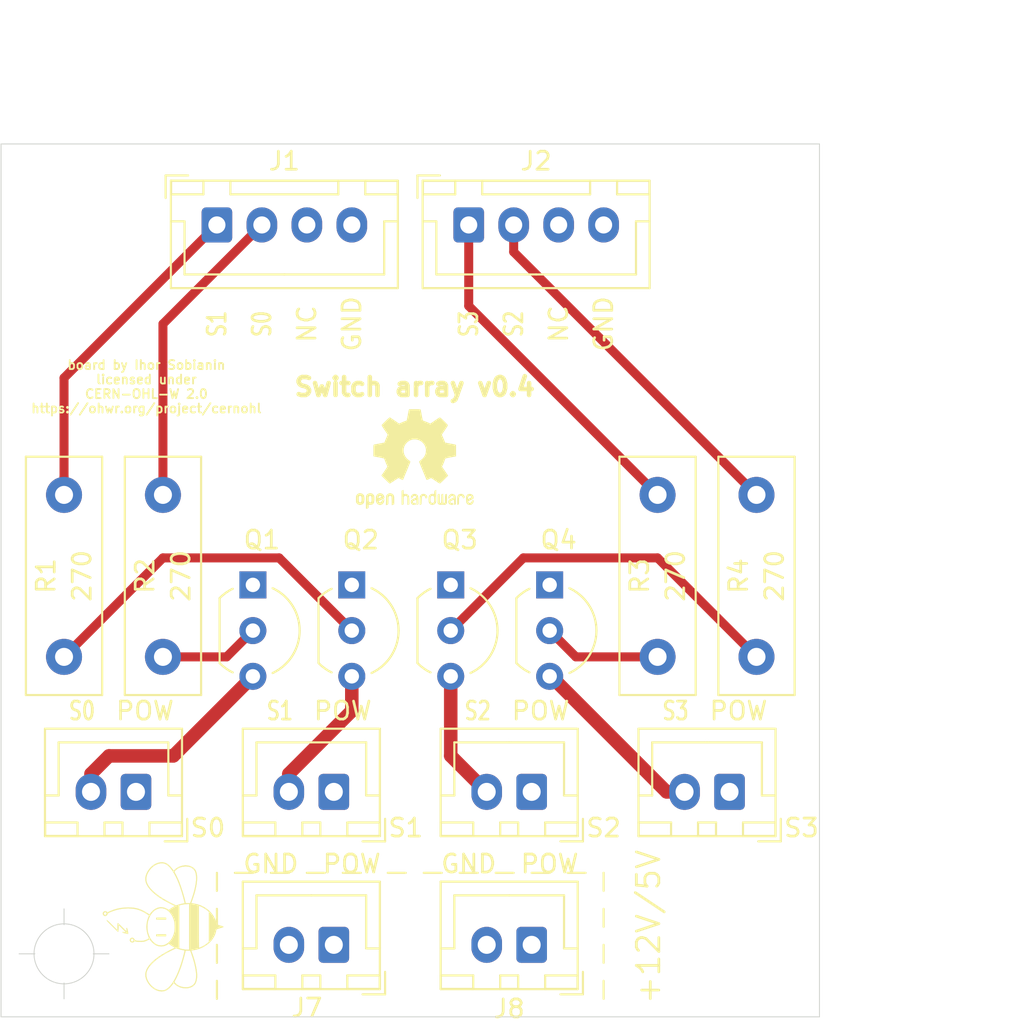
<source format=kicad_pcb>

(kicad_pcb
  (version 20171130)
  (host pcbnew "(5.1.10)-1")
  (general
    (thickness 1.6)
    (drawings 55)
    (tracks 50)
    (zones 0)
    (modules 22)
    (nets 17))
  (page A4)
  (layers
    (0 F.Cu signal)
    (31 B.Cu signal)
    (32 B.Adhes user)
    (33 F.Adhes user)
    (34 B.Paste user)
    (35 F.Paste user)
    (36 B.SilkS user)
    (37 F.SilkS user)
    (38 B.Mask user)
    (39 F.Mask user)
    (40 Dwgs.User user)
    (41 Cmts.User user)
    (42 Eco1.User user)
    (43 Eco2.User user)
    (44 Edge.Cuts user)
    (45 Margin user)
    (46 B.CrtYd user)
    (47 F.CrtYd user)
    (48 B.Fab user)
    (49 F.Fab user hide))
  (setup
    (last_trace_width 0.25)
    (user_trace_width 0.5)
    (user_trace_width 1)
    (trace_clearance 0.2)
    (zone_clearance 0.5)
    (zone_45_only no)
    (trace_min 0.2)
    (via_size 0.8)
    (via_drill 0.4)
    (via_min_size 0.4)
    (via_min_drill 0.3)
    (uvia_size 0.3)
    (uvia_drill 0.1)
    (uvias_allowed no)
    (uvia_min_size 0.2)
    (uvia_min_drill 0.1)
    (edge_width 0.05)
    (segment_width 0.2)
    (pcb_text_width 0.3)
    (pcb_text_size 1.5 1.5)
    (mod_edge_width 0.12)
    (mod_text_size 1 1)
    (mod_text_width 0.15)
    (pad_size 1.7 2)
    (pad_drill 1)
    (pad_to_mask_clearance 0)
    (aux_axis_origin 127.5 78.5)
    (visible_elements 7FFFFF7F)
    (pcbplotparams
      (layerselection 0x00030_7ffffffe)
      (usegerberextensions false)
      (usegerberattributes false)
      (usegerberadvancedattributes false)
      (creategerberjobfile false)
      (excludeedgelayer true)
      (linewidth 0.1)
      (plotframeref false)
      (viasonmask false)
      (mode 1)
      (useauxorigin false)
      (hpglpennumber 1)
      (hpglpenspeed 20)
      (hpglpendiameter 15.0)
      (psnegative false)
      (psa4output false)
      (plotreference true)
      (plotvalue true)
      (plotinvisibletext false)
      (padsonsilk false)
      (subtractmaskfromsilk false)
      (outputformat 1)
      (mirror false)
      (drillshape 0)
      (scaleselection 1)
      (outputdirectory "gerber/")))
  (net 0 "")
  (net 1 GND)
  (net 2 "Net-(Q1-Pad2)")
  (net 3 "Net-(Q2-Pad2)")
  (net 4 "Net-(Q3-Pad2)")
  (net 5 "Net-(Q4-Pad2)")
  (net 6 "Net-(J3-Pad2)")
  (net 7 +12V)
  (net 8 "Net-(J4-Pad2)")
  (net 9 "Net-(J5-Pad2)")
  (net 10 "Net-(J6-Pad2)")
  (net 11 OUT_1)
  (net 12 OUT_2)
  (net 13 OUT_3)
  (net 14 OUT_0)
  (net 15 "Net-(J2-Pad3)")
  (net 16 "Net-(J1-Pad3)")
  (net_class Default "This is the default net class."
    (clearance 0.2)
    (trace_width 0.25)
    (via_dia 0.8)
    (via_drill 0.4)
    (uvia_dia 0.3)
    (uvia_drill 0.1)
    (add_net +12V)
    (add_net GND)
    (add_net "Net-(J1-Pad3)")
    (add_net "Net-(J2-Pad3)")
    (add_net "Net-(J3-Pad2)")
    (add_net "Net-(J4-Pad2)")
    (add_net "Net-(J5-Pad2)")
    (add_net "Net-(J6-Pad2)")
    (add_net "Net-(Q1-Pad2)")
    (add_net "Net-(Q2-Pad2)")
    (add_net "Net-(Q3-Pad2)")
    (add_net "Net-(Q4-Pad2)")
    (add_net OUT_0)
    (add_net OUT_1)
    (add_net OUT_2)
    (add_net OUT_3))
  (module Connector_JST:JST_XH_B2B-XH-A_1x02_P2.50mm_Vertical
    (layer F.Cu)
    (tedit 5C28146C)
    (tstamp 5FD24BBE)
    (at 153.5 78 180)
    (descr "JST XH series connector, B2B-XH-A (http://www.jst-mfg.com/product/pdf/eng/eXH.pdf), generated with kicad-footprint-generator")
    (tags "connector JST XH vertical")
    (path /5FD25C64)
    (fp_text reference J8
      (at 1.25 -3.55)
      (layer F.SilkS)
      (effects
        (font
          (size 1 1)
          (thickness 0.15))))
    (fp_text value Conn_01x02
      (at 1.25 4.6)
      (layer F.Fab)
      (effects
        (font
          (size 1 1)
          (thickness 0.15))))
    (fp_text user %R
      (at 1.25 2.7)
      (layer F.Fab)
      (effects
        (font
          (size 1 1)
          (thickness 0.15))))
    (fp_line
      (start -2.85 -2.75)
      (end -2.85 -1.5)
      (layer F.SilkS)
      (width 0.12))
    (fp_line
      (start -1.6 -2.75)
      (end -2.85 -2.75)
      (layer F.SilkS)
      (width 0.12))
    (fp_line
      (start 4.3 2.75)
      (end 1.25 2.75)
      (layer F.SilkS)
      (width 0.12))
    (fp_line
      (start 4.3 -0.2)
      (end 4.3 2.75)
      (layer F.SilkS)
      (width 0.12))
    (fp_line
      (start 5.05 -0.2)
      (end 4.3 -0.2)
      (layer F.SilkS)
      (width 0.12))
    (fp_line
      (start -1.8 2.75)
      (end 1.25 2.75)
      (layer F.SilkS)
      (width 0.12))
    (fp_line
      (start -1.8 -0.2)
      (end -1.8 2.75)
      (layer F.SilkS)
      (width 0.12))
    (fp_line
      (start -2.55 -0.2)
      (end -1.8 -0.2)
      (layer F.SilkS)
      (width 0.12))
    (fp_line
      (start 5.05 -2.45)
      (end 3.25 -2.45)
      (layer F.SilkS)
      (width 0.12))
    (fp_line
      (start 5.05 -1.7)
      (end 5.05 -2.45)
      (layer F.SilkS)
      (width 0.12))
    (fp_line
      (start 3.25 -1.7)
      (end 5.05 -1.7)
      (layer F.SilkS)
      (width 0.12))
    (fp_line
      (start 3.25 -2.45)
      (end 3.25 -1.7)
      (layer F.SilkS)
      (width 0.12))
    (fp_line
      (start -0.75 -2.45)
      (end -2.55 -2.45)
      (layer F.SilkS)
      (width 0.12))
    (fp_line
      (start -0.75 -1.7)
      (end -0.75 -2.45)
      (layer F.SilkS)
      (width 0.12))
    (fp_line
      (start -2.55 -1.7)
      (end -0.75 -1.7)
      (layer F.SilkS)
      (width 0.12))
    (fp_line
      (start -2.55 -2.45)
      (end -2.55 -1.7)
      (layer F.SilkS)
      (width 0.12))
    (fp_line
      (start 1.75 -2.45)
      (end 0.75 -2.45)
      (layer F.SilkS)
      (width 0.12))
    (fp_line
      (start 1.75 -1.7)
      (end 1.75 -2.45)
      (layer F.SilkS)
      (width 0.12))
    (fp_line
      (start 0.75 -1.7)
      (end 1.75 -1.7)
      (layer F.SilkS)
      (width 0.12))
    (fp_line
      (start 0.75 -2.45)
      (end 0.75 -1.7)
      (layer F.SilkS)
      (width 0.12))
    (fp_line
      (start 0 -1.35)
      (end 0.625 -2.35)
      (layer F.Fab)
      (width 0.1))
    (fp_line
      (start -0.625 -2.35)
      (end 0 -1.35)
      (layer F.Fab)
      (width 0.1))
    (fp_line
      (start 5.45 -2.85)
      (end -2.95 -2.85)
      (layer F.CrtYd)
      (width 0.05))
    (fp_line
      (start 5.45 3.9)
      (end 5.45 -2.85)
      (layer F.CrtYd)
      (width 0.05))
    (fp_line
      (start -2.95 3.9)
      (end 5.45 3.9)
      (layer F.CrtYd)
      (width 0.05))
    (fp_line
      (start -2.95 -2.85)
      (end -2.95 3.9)
      (layer F.CrtYd)
      (width 0.05))
    (fp_line
      (start 5.06 -2.46)
      (end -2.56 -2.46)
      (layer F.SilkS)
      (width 0.12))
    (fp_line
      (start 5.06 3.51)
      (end 5.06 -2.46)
      (layer F.SilkS)
      (width 0.12))
    (fp_line
      (start -2.56 3.51)
      (end 5.06 3.51)
      (layer F.SilkS)
      (width 0.12))
    (fp_line
      (start -2.56 -2.46)
      (end -2.56 3.51)
      (layer F.SilkS)
      (width 0.12))
    (fp_line
      (start 4.95 -2.35)
      (end -2.45 -2.35)
      (layer F.Fab)
      (width 0.1))
    (fp_line
      (start 4.95 3.4)
      (end 4.95 -2.35)
      (layer F.Fab)
      (width 0.1))
    (fp_line
      (start -2.45 3.4)
      (end 4.95 3.4)
      (layer F.Fab)
      (width 0.1))
    (fp_line
      (start -2.45 -2.35)
      (end -2.45 3.4)
      (layer F.Fab)
      (width 0.1))
    (pad 2 thru_hole oval
      (at 2.5 0 180)
      (size 1.7 2)
      (drill 1)
      (layers *.Cu *.Mask))
    (pad 1 thru_hole roundrect
      (at 0 0 180)
      (size 1.7 2)
      (drill 1)
      (layers *.Cu *.Mask)
      (roundrect_rratio 0.1470588235294118))
    (model ${KISYS3DMOD}/Connector_JST.3dshapes/JST_XH_B2B-XH-A_1x02_P2.50mm_Vertical.wrl
      (at
        (xyz 0 0 0))
      (scale
        (xyz 1 1 1))
      (rotate
        (xyz 0 0 0))))
  (module Connector_JST:JST_XH_B2B-XH-A_1x02_P2.50mm_Vertical
    (layer F.Cu)
    (tedit 5C28146C)
    (tstamp 5E237FFB)
    (at 164.5 69.5 180)
    (descr "JST XH series connector, B2B-XH-A (http://www.jst-mfg.com/product/pdf/eng/eXH.pdf), generated with kicad-footprint-generator")
    (tags "connector JST XH vertical")
    (path /5E2882ED)
    (fp_text reference J6
      (at -1.5 -1.5)
      (layer F.Fab)
      (effects
        (font
          (size 1 1)
          (thickness 0.15))))
    (fp_text value Conn_01x02
      (at 1.25 4.6)
      (layer F.Fab) hide
      (effects
        (font
          (size 1 1)
          (thickness 0.15))))
    (fp_text user %R
      (at 1.25 2)
      (layer F.Fab)
      (effects
        (font
          (size 1 1)
          (thickness 0.15))))
    (fp_line
      (start -2.85 -2.75)
      (end -2.85 -1.5)
      (layer F.SilkS)
      (width 0.12))
    (fp_line
      (start -1.6 -2.75)
      (end -2.85 -2.75)
      (layer F.SilkS)
      (width 0.12))
    (fp_line
      (start 4.3 2.75)
      (end 1.25 2.75)
      (layer F.SilkS)
      (width 0.12))
    (fp_line
      (start 4.3 -0.2)
      (end 4.3 2.75)
      (layer F.SilkS)
      (width 0.12))
    (fp_line
      (start 5.05 -0.2)
      (end 4.3 -0.2)
      (layer F.SilkS)
      (width 0.12))
    (fp_line
      (start -1.8 2.75)
      (end 1.25 2.75)
      (layer F.SilkS)
      (width 0.12))
    (fp_line
      (start -1.8 -0.2)
      (end -1.8 2.75)
      (layer F.SilkS)
      (width 0.12))
    (fp_line
      (start -2.55 -0.2)
      (end -1.8 -0.2)
      (layer F.SilkS)
      (width 0.12))
    (fp_line
      (start 5.05 -2.45)
      (end 3.25 -2.45)
      (layer F.SilkS)
      (width 0.12))
    (fp_line
      (start 5.05 -1.7)
      (end 5.05 -2.45)
      (layer F.SilkS)
      (width 0.12))
    (fp_line
      (start 3.25 -1.7)
      (end 5.05 -1.7)
      (layer F.SilkS)
      (width 0.12))
    (fp_line
      (start 3.25 -2.45)
      (end 3.25 -1.7)
      (layer F.SilkS)
      (width 0.12))
    (fp_line
      (start -0.75 -2.45)
      (end -2.55 -2.45)
      (layer F.SilkS)
      (width 0.12))
    (fp_line
      (start -0.75 -1.7)
      (end -0.75 -2.45)
      (layer F.SilkS)
      (width 0.12))
    (fp_line
      (start -2.55 -1.7)
      (end -0.75 -1.7)
      (layer F.SilkS)
      (width 0.12))
    (fp_line
      (start -2.55 -2.45)
      (end -2.55 -1.7)
      (layer F.SilkS)
      (width 0.12))
    (fp_line
      (start 1.75 -2.45)
      (end 0.75 -2.45)
      (layer F.SilkS)
      (width 0.12))
    (fp_line
      (start 1.75 -1.7)
      (end 1.75 -2.45)
      (layer F.SilkS)
      (width 0.12))
    (fp_line
      (start 0.75 -1.7)
      (end 1.75 -1.7)
      (layer F.SilkS)
      (width 0.12))
    (fp_line
      (start 0.75 -2.45)
      (end 0.75 -1.7)
      (layer F.SilkS)
      (width 0.12))
    (fp_line
      (start 0 -1.35)
      (end 0.625 -2.35)
      (layer F.Fab)
      (width 0.1))
    (fp_line
      (start -0.625 -2.35)
      (end 0 -1.35)
      (layer F.Fab)
      (width 0.1))
    (fp_line
      (start 5.45 -2.85)
      (end -2.95 -2.85)
      (layer F.CrtYd)
      (width 0.05))
    (fp_line
      (start 5.45 3.9)
      (end 5.45 -2.85)
      (layer F.CrtYd)
      (width 0.05))
    (fp_line
      (start -2.95 3.9)
      (end 5.45 3.9)
      (layer F.CrtYd)
      (width 0.05))
    (fp_line
      (start -2.95 -2.85)
      (end -2.95 3.9)
      (layer F.CrtYd)
      (width 0.05))
    (fp_line
      (start 5.06 -2.46)
      (end -2.56 -2.46)
      (layer F.SilkS)
      (width 0.12))
    (fp_line
      (start 5.06 3.51)
      (end 5.06 -2.46)
      (layer F.SilkS)
      (width 0.12))
    (fp_line
      (start -2.56 3.51)
      (end 5.06 3.51)
      (layer F.SilkS)
      (width 0.12))
    (fp_line
      (start -2.56 -2.46)
      (end -2.56 3.51)
      (layer F.SilkS)
      (width 0.12))
    (fp_line
      (start 4.95 -2.35)
      (end -2.45 -2.35)
      (layer F.Fab)
      (width 0.1))
    (fp_line
      (start 4.95 3.4)
      (end 4.95 -2.35)
      (layer F.Fab)
      (width 0.1))
    (fp_line
      (start -2.45 3.4)
      (end 4.95 3.4)
      (layer F.Fab)
      (width 0.1))
    (fp_line
      (start -2.45 -2.35)
      (end -2.45 3.4)
      (layer F.Fab)
      (width 0.1))
    (pad 1 thru_hole roundrect
      (at 0 0 180)
      (size 1.7 2)
      (drill 1)
      (layers *.Cu *.Mask)
      (roundrect_rratio 0.1470588235294118))
    (pad 2 thru_hole oval
      (at 2.5 0 180)
      (size 1.7 2)
      (drill 1)
      (layers *.Cu *.Mask)
      (net 10 "Net-(J6-Pad2)"))
    (model ${KISYS3DMOD}/Connector_JST.3dshapes/JST_XH_B2B-XH-A_1x02_P2.50mm_Vertical.wrl
      (at
        (xyz 0 0 0))
      (scale
        (xyz 1 1 1))
      (rotate
        (xyz 0 0 0))))
  (module logo-beehive:logo-beehive-7_2х6_7mm
    (layer F.Cu)
    (tedit 0)
    (tstamp 5F35BC38)
    (at 133 77 90)
    (fp_text reference G***
      (at 0 0 90)
      (layer F.SilkS) hide
      (effects
        (font
          (size 1.524 1.524)
          (thickness 0.3))))
    (fp_text value LOGO
      (at 0.75 0 90)
      (layer F.SilkS) hide
      (effects
        (font
          (size 1.524 1.524)
          (thickness 0.3))))
    (fp_poly
      (pts
        (xy 0.508 0.173182)
        (xy 0.404091 0.173182)
        (xy 0.404091 -0.369454)
        (xy 0.508 -0.369454)
        (xy 0.508 0.173182))
      (layer F.SilkS)
      (width 0.01))
    (fp_poly
      (pts
        (xy -0.415636 0.173182)
        (xy -0.519546 0.173182)
        (xy -0.519546 -0.369454)
        (xy -0.415636 -0.369454)
        (xy -0.415636 0.173182))
      (layer F.SilkS)
      (width 0.01))
    (fp_poly
      (pts
        (xy 0.373099 -3.122533)
        (xy 0.369224 -3.109199)
        (xy 0.354184 -3.086757)
        (xy 0.327016 -3.054031)
        (xy 0.28676 -3.009848)
        (xy 0.232455 -2.953033)
        (xy 0.16314 -2.882413)
        (xy 0.096827 -2.815781)
        (xy -0.190327 -2.528454)
        (xy 0.008746 -2.528454)
        (xy 0.081153 -2.528276)
        (xy 0.133629 -2.52753)
        (xy 0.169333 -2.525895)
        (xy 0.191424 -2.523054)
        (xy 0.203059 -2.518688)
        (xy 0.207397 -2.512477)
        (xy 0.207818 -2.50835)
        (xy 0.199922 -2.495335)
        (xy 0.177598 -2.468358)
        (xy 0.14289 -2.429638)
        (xy 0.097844 -2.381393)
        (xy 0.044505 -2.325843)
        (xy -0.015081 -2.265206)
        (xy -0.031647 -2.248578)
        (xy -0.107675 -2.171851)
        (xy -0.167131 -2.110416)
        (xy -0.21038 -2.063869)
        (xy -0.237787 -2.031809)
        (xy -0.249716 -2.01383)
        (xy -0.248124 -2.009314)
        (xy -0.224942 -2.01189)
        (xy -0.188032 -2.018168)
        (xy -0.15317 -2.025161)
        (xy -0.112516 -2.033013)
        (xy -0.088124 -2.034732)
        (xy -0.073974 -2.030254)
        (xy -0.067646 -2.024266)
        (xy -0.060571 -2.01187)
        (xy -0.063805 -2.001313)
        (xy -0.079929 -1.991447)
        (xy -0.111523 -1.981122)
        (xy -0.161166 -1.969192)
        (xy -0.218458 -1.957139)
        (xy -0.281228 -1.944397)
        (xy -0.325023 -1.935816)
        (xy -0.353499 -1.93097)
        (xy -0.370313 -1.929433)
        (xy -0.379119 -1.930779)
        (xy -0.383574 -1.934583)
        (xy -0.385558 -1.937671)
        (xy -0.386495 -1.953939)
        (xy -0.382402 -1.986838)
        (xy -0.374463 -2.031182)
        (xy -0.363866 -2.081789)
        (xy -0.351794 -2.133474)
        (xy -0.339436 -2.181054)
        (xy -0.327975 -2.219345)
        (xy -0.318599 -2.243164)
        (xy -0.31449 -2.248343)
        (xy -0.295101 -2.249946)
        (xy -0.285455 -2.234986)
        (xy -0.285226 -2.201866)
        (xy -0.294087 -2.148986)
        (xy -0.294139 -2.148738)
        (xy -0.302673 -2.107185)
        (xy -0.308924 -2.074871)
        (xy -0.311687 -2.05806)
        (xy -0.311727 -2.057342)
        (xy -0.303951 -2.063003)
        (xy -0.282058 -2.082978)
        (xy -0.248202 -2.115196)
        (xy -0.204539 -2.157586)
        (xy -0.153221 -2.208077)
        (xy -0.103751 -2.257256)
        (xy 0.104224 -2.464954)
        (xy -0.083408 -2.470727)
        (xy -0.15498 -2.473257)
        (xy -0.20655 -2.476017)
        (xy -0.241206 -2.479383)
        (xy -0.262038 -2.48373)
        (xy -0.272134 -2.489436)
        (xy -0.274392 -2.494)
        (xy -0.267207 -2.50546)
        (xy -0.245659 -2.530835)
        (xy -0.211923 -2.567927)
        (xy -0.168174 -2.614538)
        (xy -0.116585 -2.668467)
        (xy -0.059333 -2.727516)
        (xy 0.001408 -2.789486)
        (xy 0.063464 -2.852177)
        (xy 0.12466 -2.913392)
        (xy 0.18282 -2.97093)
        (xy 0.235771 -3.022593)
        (xy 0.281337 -3.066181)
        (xy 0.317345 -3.099496)
        (xy 0.341618 -3.120339)
        (xy 0.351193 -3.126571)
        (xy 0.366768 -3.127932)
        (xy 0.373099 -3.122533))
      (layer F.SilkS)
      (width 0.01))
    (fp_poly
      (pts
        (xy 0.781124 -3.338272)
        (xy 0.820066 -3.312623)
        (xy 0.850866 -3.27735)
        (xy 0.862381 -3.253557)
        (xy 0.869381 -3.203831)
        (xy 0.86004 -3.155836)
        (xy 0.836291 -3.117453)
        (xy 0.826963 -3.109228)
        (xy 0.800557 -3.08931)
        (xy 0.860848 -2.961859)
        (xy 0.942059 -2.765907)
        (xy 1.003933 -2.561687)
        (xy 1.0468 -2.347606)
        (xy 1.070993 -2.122074)
        (xy 1.077124 -1.922318)
        (xy 1.073712 -1.775328)
        (xy 1.063437 -1.645173)
        (xy 1.045563 -1.526426)
        (xy 1.019354 -1.413658)
        (xy 0.998815 -1.345045)
        (xy 0.968368 -1.263013)
        (xy 0.926952 -1.169003)
        (xy 0.877686 -1.069335)
        (xy 0.823684 -0.970328)
        (xy 0.770857 -0.882677)
        (xy 0.741321 -0.836271)
        (xy 0.716056 -0.796521)
        (xy 0.69781 -0.767754)
        (xy 0.689434 -0.754466)
        (xy 0.694321 -0.742271)
        (xy 0.714538 -0.722105)
        (xy 0.745386 -0.698528)
        (xy 0.810309 -0.647155)
        (xy 0.876016 -0.583521)
        (xy 0.937047 -0.513779)
        (xy 0.987937 -0.444085)
        (xy 1.018545 -0.390721)
        (xy 1.053095 -0.310872)
        (xy 1.074433 -0.238095)
        (xy 1.084874 -0.162371)
        (xy 1.086945 -0.094934)
        (xy 1.076086 0.020467)
        (xy 1.045188 0.132328)
        (xy 0.995987 0.235343)
        (xy 0.96275 0.284984)
        (xy 0.935175 0.321741)
        (xy 0.996225 0.402894)
        (xy 1.032255 0.454242)
        (xy 1.070613 0.514339)
        (xy 1.103634 0.571117)
        (xy 1.10681 0.577014)
        (xy 1.156345 0.669982)
        (xy 1.269255 0.441786)
        (xy 1.379742 0.226784)
        (xy 1.488243 0.032834)
        (xy 1.595982 -0.141879)
        (xy 1.704185 -0.29917)
        (xy 1.814075 -0.440853)
        (xy 1.926878 -0.568743)
        (xy 2.004467 -0.647395)
        (xy 2.12895 -0.758498)
        (xy 2.2502 -0.847038)
        (xy 2.36916 -0.913164)
        (xy 2.48677 -0.957023)
        (xy 2.603972 -0.978764)
        (xy 2.721707 -0.978534)
        (xy 2.840917 -0.956481)
        (xy 2.962542 -0.912754)
        (xy 3.087524 -0.847501)
        (xy 3.125835 -0.823735)
        (xy 3.238046 -0.741435)
        (xy 3.336093 -0.648795)
        (xy 3.419199 -0.547932)
        (xy 3.486591 -0.440965)
        (xy 3.537492 -0.33001)
        (xy 3.571127 -0.217185)
        (xy 3.586721 -0.104607)
        (xy 3.583499 0.005605)
        (xy 3.560685 0.111335)
        (xy 3.517504 0.210464)
        (xy 3.509522 0.224138)
        (xy 3.467783 0.282863)
        (xy 3.410567 0.348425)
        (xy 3.342435 0.416194)
        (xy 3.267951 0.481537)
        (xy 3.215409 0.522663)
        (xy 3.176019 0.551978)
        (xy 3.144162 0.575822)
        (xy 3.123999 0.591072)
        (xy 3.119139 0.594895)
        (xy 3.125036 0.603996)
        (xy 3.144107 0.625315)
        (xy 3.172877 0.655066)
        (xy 3.189509 0.671619)
        (xy 3.25791 0.75317)
        (xy 3.316458 0.851565)
        (xy 3.363304 0.961991)
        (xy 3.396598 1.079634)
        (xy 3.414493 1.199678)
        (xy 3.417102 1.264228)
        (xy 3.40813 1.381577)
        (xy 3.38235 1.49233)
        (xy 3.34125 1.593721)
        (xy 3.286317 1.682986)
        (xy 3.219038 1.75736)
        (xy 3.140903 1.814077)
        (xy 3.113719 1.828107)
        (xy 3.009087 1.865839)
        (xy 2.886866 1.889603)
        (xy 2.747784 1.899491)
        (xy 2.592566 1.895596)
        (xy 2.42194 1.878011)
        (xy 2.236633 1.846829)
        (xy 2.037372 1.802142)
        (xy 1.824883 1.744044)
        (xy 1.599893 1.672626)
        (xy 1.430663 1.613046)
        (xy 1.320008 1.572564)
        (xy 1.295866 1.718578)
        (xy 1.25303 1.913354)
        (xy 1.190764 2.095947)
        (xy 1.10864 2.267293)
        (xy 1.006231 2.428329)
        (xy 0.923258 2.534228)
        (xy 0.814822 2.647279)
        (xy 0.693857 2.746765)
        (xy 0.563822 2.830581)
        (xy 0.428175 2.896622)
        (xy 0.290374 2.942784)
        (xy 0.229531 2.956334)
        (xy 0.189546 2.963931)
        (xy 0.158226 2.970106)
        (xy 0.143514 2.973255)
        (xy 0.135688 2.984969)
        (xy 0.123584 3.014497)
        (xy 0.108873 3.057339)
        (xy 0.093667 3.107452)
        (xy 0.076809 3.166365)
        (xy 0.060376 3.223781)
        (xy 0.0465 3.272257)
        (xy 0.038811 3.299114)
        (xy 0.025628 3.336932)
        (xy 0.012258 3.355729)
        (xy 0 3.359728)
        (xy -0.015288 3.353083)
        (xy -0.028404 3.330514)
        (xy -0.038811 3.299114)
        (xy -0.049206 3.262807)
        (xy -0.063822 3.211743)
        (xy -0.080529 3.153364)
        (xy -0.093667 3.107452)
        (xy -0.109311 3.055982)
        (xy -0.123971 3.013455)
        (xy -0.135977 2.984371)
        (xy -0.143515 2.973255)
        (xy -0.160656 2.969615)
        (xy -0.19313 2.96324)
        (xy -0.229531 2.956334)
        (xy -0.367186 2.919651)
        (xy -0.504219 2.862154)
        (xy -0.637175 2.785947)
        (xy -0.762596 2.693133)
        (xy -0.877026 2.585815)
        (xy -0.923269 2.534228)
        (xy -1.03903 2.38033)
        (xy -1.135257 2.214564)
        (xy -1.212083 2.036622)
        (xy -1.219586 2.011796)
        (xy -1.165985 2.011796)
        (xy -1.160628 2.030696)
        (xy -1.146181 2.0653)
        (xy -1.124874 2.111187)
        (xy -1.098933 2.163934)
        (xy -1.070588 2.219118)
        (xy -1.042066 2.272316)
        (xy -1.015595 2.319106)
        (xy -0.993403 2.355066)
        (xy -0.991985 2.357185)
        (xy -0.958579 2.404438)
        (xy -0.920872 2.454363)
        (xy -0.891354 2.490932)
        (xy -0.840013 2.551546)
        (xy 0.841033 2.551546)
        (xy 0.892441 2.490932)
        (xy 0.93843 2.432196)
        (xy 0.986502 2.362985)
        (xy 1.033888 2.288071)
        (xy 1.077819 2.212231)
        (xy 1.115523 2.140238)
        (xy 1.144233 2.076867)
        (xy 1.160841 2.028255)
        (xy 1.168594 1.997364)
        (xy 0.001251 1.997364)
        (xy -0.195644 1.997416)
        (xy -0.37057 1.997583)
        (xy -0.524648 1.997878)
        (xy -0.659 1.998316)
        (xy -0.774746 1.998909)
        (xy -0.873009 1.999671)
        (xy -0.95491 2.000618)
        (xy -1.02157 2.001762)
        (xy -1.074111 2.003117)
        (xy -1.113653 2.004698)
        (xy -1.141319 2.006517)
        (xy -1.158229 2.00859)
        (xy -1.165506 2.01093)
        (xy -1.165985 2.011796)
        (xy -1.219586 2.011796)
        (xy -1.26964 1.846195)
        (xy -1.308059 1.642973)
        (xy -1.310363 1.625739)
        (xy -1.317382 1.571614)
        (xy -1.42935 1.612882)
        (xy -1.629865 1.683029)
        (xy -1.825759 1.744185)
        (xy -2.015 1.795944)
        (xy -2.195555 1.837898)
        (xy -2.365393 1.869639)
        (xy -2.522479 1.89076)
        (xy -2.664783 1.900853)
        (xy -2.790271 1.899511)
        (xy -2.838314 1.895344)
        (xy -2.96209 1.875638)
        (xy -3.066609 1.846125)
        (xy -3.154103 1.80545)
        (xy -3.226803 1.752259)
        (xy -3.286941 1.685198)
        (xy -3.336747 1.602914)
        (xy -3.343746 1.588582)
        (xy -3.385695 1.481123)
        (xy -3.408942 1.37211)
        (xy -3.411475 1.320836)
        (xy -3.357374 1.320836)
        (xy -3.349051 1.403928)
        (xy -3.330314 1.480954)
        (xy -3.299783 1.559775)
        (xy -3.296364 1.567326)
        (xy -3.25627 1.634464)
        (xy -3.201534 1.697768)
        (xy -3.138721 1.750591)
        (xy -3.084262 1.782114)
        (xy -2.99339 1.813382)
        (xy -2.884978 1.834294)
        (xy -2.762244 1.844603)
        (xy -2.628408 1.844064)
        (xy -2.486691 1.83243)
        (xy -2.463978 1.829585)
        (xy -2.25216 1.794568)
        (xy -2.026325 1.743379)
        (xy -1.788428 1.676523)
        (xy -1.540425 1.594501)
        (xy -1.510962 1.583982)
        (xy -1.325191 1.51715)
        (xy -1.320921 1.390773)
        (xy -1.27 1.390773)
        (xy -1.27 1.454728)
        (xy 1.273528 1.454728)
        (xy 1.266408 1.330287)
        (xy 1.260547 1.26306)
        (xy 1.316252 1.26306)
        (xy 1.321954 1.512174)
        (xy 1.368136 1.530811)
        (xy 1.439484 1.558222)
        (xy 1.526724 1.589564)
        (xy 1.623473 1.622685)
        (xy 1.72335 1.655429)
        (xy 1.819972 1.685644)
        (xy 1.878735 1.703118)
        (xy 2.093291 1.760255)
        (xy 2.292609 1.802908)
        (xy 2.476182 1.831017)
        (xy 2.6435 1.844517)
        (xy 2.794056 1.843349)
        (xy 2.91629 1.829447)
        (xy 3.012927 1.807479)
        (xy 3.091872 1.777436)
        (xy 3.157765 1.737114)
        (xy 3.209942 1.690006)
        (xy 3.274118 1.607281)
        (xy 3.319819 1.513726)
        (xy 3.347495 1.407928)
        (xy 3.357597 1.28847)
        (xy 3.356526 1.229811)
        (xy 3.340665 1.088035)
        (xy 3.306955 0.96039)
        (xy 3.255506 0.847166)
        (xy 3.186427 0.748656)
        (xy 3.170098 0.730306)
        (xy 3.127268 0.685713)
        (xy 3.094795 0.657447)
        (xy 3.0686 0.643813)
        (xy 3.044605 0.643112)
        (xy 3.018734 0.65365)
        (xy 3.005226 0.661713)
        (xy 2.958944 0.688662)
        (xy 2.89593 0.722084)
        (xy 2.820825 0.759719)
        (xy 2.738272 0.799303)
        (xy 2.652912 0.838574)
        (xy 2.569387 0.875271)
        (xy 2.550619 0.883239)
        (xy 2.457139 0.920633)
        (xy 2.346529 0.961571)
        (xy 2.223166 1.004679)
        (xy 2.09143 1.048584)
        (xy 1.955698 1.091912)
        (xy 1.820349 1.133289)
        (xy 1.689763 1.171341)
        (xy 1.568317 1.204694)
        (xy 1.46039 1.231975)
        (xy 1.385859 1.248683)
        (xy 1.316252 1.26306)
        (xy 1.260547 1.26306)
        (xy 1.259747 1.253895)
        (xy 1.248535 1.167625)
        (xy 1.234147 1.079964)
        (xy 1.217961 0.9994)
        (xy 1.203276 0.940955)
        (xy 1.193293 0.906319)
        (xy -1.194304 0.906319)
        (xy -1.220268 1.010228)
        (xy -1.23911 1.098477)
        (xy -1.254501 1.195531)
        (xy -1.26518 1.29174)
        (xy -1.269885 1.377451)
        (xy -1.27 1.390773)
        (xy -1.320921 1.390773)
        (xy -1.316645 1.264228)
        (xy -1.434754 1.236895)
        (xy -1.501797 1.22041)
        (xy -1.585737 1.198273)
        (xy -1.681508 1.171947)
        (xy -1.78404 1.142901)
        (xy -1.888267 1.112598)
        (xy -1.989119 1.082507)
        (xy -2.08153 1.054092)
        (xy -2.160431 1.02882)
        (xy -2.199409 1.015696)
        (xy -2.323182 0.971175)
        (xy -2.448985 0.92273)
        (xy -2.572984 0.872035)
        (xy -2.691345 0.820767)
        (xy -2.800235 0.770601)
        (xy -2.89582 0.723212)
        (xy -2.974265 0.680275)
        (xy -2.993815 0.668554)
        (xy -3.027147 0.649909)
        (xy -3.05353 0.642358)
        (xy -3.078126 0.647357)
        (xy -3.106096 0.666363)
        (xy -3.142603 0.700832)
        (xy -3.15587 0.714282)
        (xy -3.232717 0.809128)
        (xy -3.291358 0.918026)
        (xy -3.331675 1.040673)
        (xy -3.353547 1.176766)
        (xy -3.356664 1.223819)
        (xy -3.357374 1.320836)
        (xy -3.411475 1.320836)
        (xy -3.414734 1.254894)
        (xy -3.413307 1.218046)
        (xy -3.396132 1.080679)
        (xy -3.361188 0.952052)
        (xy -3.309573 0.83484)
        (xy -3.242385 0.731716)
        (xy -3.188985 0.671619)
        (xy -3.1569 0.639059)
        (xy -3.132792 0.613101)
        (xy -3.120127 0.597552)
        (xy -3.119139 0.594895)
        (xy -3.1295 0.586909)
        (xy -3.154289 0.568322)
        (xy -3.189354 0.542238)
        (xy -3.216089 0.522438)
        (xy -3.292731 0.461203)
        (xy -3.366118 0.3941)
        (xy -3.431605 0.325854)
        (xy -3.484547 0.261184)
        (xy -3.509522 0.224148)
        (xy -3.556269 0.125261)
        (xy -3.582294 0.01982)
        (xy -3.58729 -0.071302)
        (xy -3.531475 -0.071302)
        (xy -3.530831 -0.039606)
        (xy -3.527441 0.015291)
        (xy -3.521365 0.056568)
        (xy -3.510236 0.093692)
        (xy -3.491685 0.136134)
        (xy -3.481814 0.156403)
        (xy -3.425027 0.248295)
        (xy -3.345829 0.340169)
        (xy -3.244895 0.431635)
        (xy -3.122901 0.522299)
        (xy -2.980524 0.611771)
        (xy -2.81844 0.699659)
        (xy -2.637324 0.785571)
        (xy -2.437852 0.869116)
        (xy -2.220702 0.949901)
        (xy -1.986548 1.027535)
        (xy -1.9685 1.033164)
        (xy -1.899652 1.053987)
        (xy -1.823419 1.076095)
        (xy -1.742903 1.098684)
        (xy -1.661204 1.120951)
        (xy -1.581421 1.142094)
        (xy -1.506657 1.161309)
        (xy -1.440011 1.177795)
        (xy -1.384584 1.190747)
        (xy -1.343476 1.199364)
        (xy -1.319788 1.202841)
        (xy -1.315331 1.202301)
        (xy -1.310525 1.18843)
        (xy -1.303023 1.157156)
        (xy -1.294048 1.113834)
        (xy -1.288644 1.085273)
        (xy -1.275538 1.023924)
        (xy -1.257466 0.952675)
        (xy -1.237498 0.883276)
        (xy -1.228744 0.855882)
        (xy -1.188907 0.736173)
        (xy -1.190922 0.731736)
        (xy 1.187715 0.731736)
        (xy 1.224028 0.841244)
        (xy 1.24494 0.908541)
        (xy 1.264527 0.979266)
        (xy 1.281511 1.04802)
        (xy 1.294618 1.109401)
        (xy 1.302571 1.158011)
        (xy 1.304386 1.181301)
        (xy 1.307638 1.204155)
        (xy 1.31928 1.209081)
        (xy 1.324841 1.207791)
        (xy 1.342821 1.202968)
        (xy 1.378686 1.193763)
        (xy 1.427904 1.181327)
        (xy 1.485942 1.166807)
        (xy 1.512454 1.160216)
        (xy 1.7631 1.094106)
        (xy 2.000962 1.023487)
        (xy 2.225116 0.948828)
        (xy 2.434641 0.870599)
        (xy 2.628614 0.789271)
        (xy 2.806113 0.705311)
        (xy 2.966216 0.61919)
        (xy 3.108001 0.531377)
        (xy 3.230545 0.442341)
        (xy 3.332927 0.352553)
        (xy 3.414223 0.262482)
        (xy 3.473511 0.172596)
        (xy 3.480994 0.15806)
        (xy 3.502829 0.111304)
        (xy 3.516532 0.072763)
        (xy 3.524475 0.033013)
        (xy 3.529027 -0.017368)
        (xy 3.530161 -0.037404)
        (xy 3.525184 -0.160604)
        (xy 3.497675 -0.281907)
        (xy 3.448182 -0.400087)
        (xy 3.377254 -0.513921)
        (xy 3.285439 -0.622184)
        (xy 3.25425 -0.653064)
        (xy 3.14536 -0.74489)
        (xy 3.031263 -0.818683)
        (xy 2.914113 -0.873715)
        (xy 2.796064 -0.909257)
        (xy 2.679268 -0.924579)
        (xy 2.565881 -0.918952)
        (xy 2.505364 -0.906562)
        (xy 2.39331 -0.865968)
        (xy 2.278736 -0.803154)
        (xy 2.162206 -0.718784)
        (xy 2.044283 -0.613524)
        (xy 1.925533 -0.488036)
        (xy 1.80652 -0.342986)
        (xy 1.687807 -0.179037)
        (xy 1.56996 0.003146)
        (xy 1.453542 0.202899)
        (xy 1.339118 0.419558)
        (xy 1.284575 0.530391)
        (xy 1.187715 0.731736)
        (xy -1.190922 0.731736)
        (xy -1.242049 0.6192)
        (xy -1.344968 0.403905)
        (xy -1.452176 0.201117)
        (xy -1.562851 0.011828)
        (xy -1.676172 -0.16297)
        (xy -1.791318 -0.322286)
        (xy -1.907468 -0.465127)
        (xy -2.0238 -0.590502)
        (xy -2.139494 -0.697418)
        (xy -2.253727 -0.784885)
        (xy -2.36568 -0.851909)
        (xy -2.47453 -0.8975)
        (xy -2.505364 -0.906562)
        (xy -2.615938 -0.924099)
        (xy -2.731113 -0.920284)
        (xy -2.848734 -0.895846)
        (xy -2.966648 -0.851514)
        (xy -3.082701 -0.788017)
        (xy -3.19474 -0.706084)
        (xy -3.25425 -0.653064)
        (xy -3.352283 -0.546482)
        (xy -3.429568 -0.433803)
        (xy -3.485559 -0.316239)
        (xy -3.51971 -0.195001)
        (xy -3.531475 -0.071302)
        (xy -3.58729 -0.071302)
        (xy -3.588325 -0.090174)
        (xy -3.575091 -0.202723)
        (xy -3.543319 -0.315828)
        (xy -3.493736 -0.427488)
        (xy -3.427071 -0.535706)
        (xy -3.344052 -0.638481)
        (xy -3.245405 -0.733815)
        (xy -3.131858 -0.819709)
        (xy -3.128818 -0.821729)
        (xy -3.003531 -0.894559)
        (xy -2.880454 -0.945281)
        (xy -2.758981 -0.973797)
        (xy -2.638509 -0.980009)
        (xy -2.518432 -0.96382)
        (xy -2.398146 -0.925131)
        (xy -2.277046 -0.863845)
        (xy -2.154528 -0.779862)
        (xy -2.029987 -0.673087)
        (xy -1.993285 -0.637726)
        (xy -1.876664 -0.514496)
        (xy -1.76359 -0.378067)
        (xy -1.652878 -0.226667)
        (xy -1.543339 -0.058527)
        (xy -1.433786 0.128125)
        (xy -1.323032 0.335058)
        (xy -1.269145 0.442009)
        (xy -1.156125 0.670426)
        (xy -1.109291 0.580554)
        (xy -1.078495 0.526225)
        (xy -1.040587 0.466059)
        (xy -1.003155 0.412031)
        (xy -0.998816 0.406212)
        (xy -0.935175 0.321741)
        (xy -0.962751 0.284984)
        (xy -1.021033 0.188878)
        (xy -1.061938 0.08109)
        (xy -1.083733 -0.033077)
        (xy -1.086945 -0.094934)
        (xy -1.086541 -0.104581)
        (xy -1.03596 -0.104581)
        (xy -1.026154 0.004092)
        (xy -0.995446 0.109498)
        (xy -0.944929 0.210166)
        (xy -0.875696 0.304621)
        (xy -0.78884 0.391391)
        (xy -0.685456 0.469002)
        (xy -0.566635 0.535983)
        (xy -0.433472 0.590859)
        (xy -0.423003 0.594423)
        (xy -0.343148 0.618909)
        (xy -0.268002 0.636303)
        (xy -0.191285 0.647415)
        (xy -0.10671 0.653053)
        (xy -0.007997 0.654028)
        (xy 0.034636 0.653341)
        (xy 0.112848 0.651127)
        (xy 0.17405 0.647841)
        (xy 0.224321 0.642791)
        (xy 0.269739 0.635286)
        (xy 0.316383 0.624634)
        (xy 0.339248 0.618667)
        (xy 0.48028 0.572409)
        (xy 0.60799 0.513494)
        (xy 0.721255 0.443288)
        (xy 0.818952 0.363159)
        (xy 0.89996 0.274475)
        (xy 0.963155 0.178601)
        (xy 1.007416 0.076906)
        (xy 1.031619 -0.029243)
        (xy 1.034643 -0.13848)
        (xy 1.02377 -0.215046)
        (xy 0.988557 -0.32622)
        (xy 0.932382 -0.430687)
        (xy 0.856726 -0.527164)
        (xy 0.763074 -0.614365)
        (xy 0.652907 -0.691003)
        (xy 0.527709 -0.755794)
        (xy 0.388962 -0.807452)
        (xy 0.317435 -0.827343)
        (xy 0.265651 -0.839627)
        (xy 0.220998 -0.848283)
        (xy 0.17729 -0.853929)
        (xy 0.128345 -0.85718)
        (xy 0.067978 -0.858652)
        (xy 0 -0.858965)
        (xy -0.075828 -0.858546)
        (xy -0.134778 -0.856879)
        (xy -0.183055 -0.853351)
        (xy -0.226862 -0.847346)
        (xy -0.272404 -0.838251)
        (xy -0.3175 -0.827536)
        (xy -0.462194 -0.78292)
        (xy -0.594078 -0.724467)
        (xy -0.711668 -0.653466)
        (xy -0.813482 -0.571202)
        (xy -0.898035 -0.478962)
        (xy -0.963844 -0.378032)
        (xy -1.009426 -0.269698)
        (xy -1.02377 -0.215046)
        (xy -1.03596 -0.104581)
        (xy -1.086541 -0.104581)
        (xy -1.083385 -0.179891)
        (xy -1.070732 -0.2541)
        (xy -1.046671 -0.327578)
        (xy -1.018545 -0.390721)
        (xy -0.980207 -0.455708)
        (xy -0.927199 -0.525847)
        (xy -0.864982 -0.594984)
        (xy -0.799018 -0.656964)
        (xy -0.745379 -0.698532)
        (xy -0.681877 -0.742268)
        (xy -0.711307 -0.789657)
        (xy -0.775382 -0.91204)
        (xy -0.815808 -1.027545)
        (xy -0.827612 -1.090213)
        (xy -0.834802 -1.168285)
        (xy -0.837383 -1.254538)
        (xy -0.835358 -1.341751)
        (xy -0.828733 -1.422702)
        (xy -0.81751 -1.490171)
        (xy -0.815547 -1.498229)
        (xy -0.794048 -1.58214)
        (xy -0.823808 -1.60555)
        (xy -0.855103 -1.643446)
        (xy -0.868873 -1.689922)
        (xy -0.86773 -1.706645)
        (xy -0.819727 -1.706645)
        (xy -0.810207 -1.679885)
        (xy -0.786971 -1.652868)
        (xy -0.758005 -1.63322)
        (xy -0.737292 -1.627909)
        (xy -0.710612 -1.635591)
        (xy -0.684812 -1.653012)
        (xy -0.663044 -1.686513)
        (xy -0.659999 -1.722991)
        (xy -0.673306 -1.756371)
        (xy -0.700596 -1.780577)
        (xy -0.738071 -1.789545)
        (xy -0.771185 -1.779412)
        (xy -0.800241 -1.754129)
        (xy -0.817681 -1.721369)
        (xy -0.819727 -1.706645)
        (xy -0.86773 -1.706645)
        (xy -0.865518 -1.739005)
        (xy -0.845439 -1.784719)
        (xy -0.809361 -1.820873)
        (xy -0.764231 -1.842776)
        (xy -0.71985 -1.844407)
        (xy -0.67516 -1.829062)
        (xy -0.639173 -1.800811)
        (xy -0.612432 -1.758947)
        (xy -0.600564 -1.712661)
        (xy -0.600407 -1.706982)
        (xy -0.610708 -1.664952)
        (xy -0.637735 -1.624526)
        (xy -0.675862 -1.593111)
        (xy -0.693329 -1.584583)
        (xy -0.721895 -1.570686)
        (xy -0.739711 -1.55217)
        (xy -0.753326 -1.521228)
        (xy -0.757751 -1.507784)
        (xy -0.769308 -1.45586)
        (xy -0.777432 -1.387829)
        (xy -0.781948 -1.310446)
        (xy -0.782678 -1.230465)
        (xy -0.779447 -1.15464)
        (xy -0.772077 -1.089725)
        (xy -0.769104 -1.073727)
        (xy -0.757296 -1.030294)
        (xy -0.73904 -0.97831)
        (xy -0.716774 -0.923294)
        (xy -0.692936 -0.870762)
        (xy -0.669964 -0.826231)
        (xy -0.650298 -0.795219)
        (xy -0.641975 -0.786089)
        (xy -0.623931 -0.784078)
        (xy -0.587414 -0.793208)
        (xy -0.531675 -0.81367)
        (xy -0.528876 -0.814791)
        (xy -0.356342 -0.871998)
        (xy -0.181043 -0.906566)
        (xy -0.004425 -0.918495)
        (xy 0.172062 -0.907786)
        (xy 0.346972 -0.87444)
        (xy 0.518857 -0.818457)
        (xy 0.529286 -0.814279)
        (xy 0.629227 -0.773804)
        (xy 0.652693 -0.802464)
        (xy 0.675511 -0.833998)
        (xy 0.706046 -0.881335)
        (xy 0.741548 -0.939695)
        (xy 0.779269 -1.004299)
        (xy 0.816461 -1.070367)
        (xy 0.850376 -1.133118)
        (xy 0.878263 -1.187772)
        (xy 0.894974 -1.223818)
        (xy 0.952283 -1.384565)
        (xy 0.993139 -1.55845)
        (xy 1.017692 -1.742563)
        (xy 1.026091 -1.933994)
        (xy 1.018488 -2.129834)
        (xy 0.995032 -2.327174)
        (xy 0.955874 -2.523103)
        (xy 0.901163 -2.714712)
        (xy 0.83105 -2.899092)
        (xy 0.805599 -2.955636)
        (xy 0.782039 -3.005003)
        (xy 0.764405 -3.037704)
        (xy 0.749165 -3.058139)
        (xy 0.732786 -3.070709)
        (xy 0.711739 -3.079812)
        (xy 0.70366 -3.082636)
        (xy 0.659252 -3.106825)
        (xy 0.624129 -3.142791)
        (xy 0.603562 -3.184206)
        (xy 0.600364 -3.206712)
        (xy 0.604074 -3.224306)
        (xy 0.659665 -3.224306)
        (xy 0.662521 -3.188954)
        (xy 0.683492 -3.15701)
        (xy 0.688511 -3.152747)
        (xy 0.725237 -3.132232)
        (xy 0.758193 -3.133638)
        (xy 0.791365 -3.157134)
        (xy 0.791388 -3.157157)
        (xy 0.814899 -3.190331)
        (xy 0.816319 -3.223285)
        (xy 0.795819 -3.260007)
        (xy 0.795798 -3.260034)
        (xy 0.76393 -3.285504)
        (xy 0.738071 -3.290454)
        (xy 0.699613 -3.281092)
        (xy 0.672753 -3.257031)
        (xy 0.659665 -3.224306)
        (xy 0.604074 -3.224306)
        (xy 0.611034 -3.257305)
        (xy 0.639695 -3.301015)
        (xy 0.68132 -3.332816)
        (xy 0.730884 -3.347682)
        (xy 0.741833 -3.348181)
        (xy 0.781124 -3.338272))
      (layer F.SilkS)
      (width 0.01)))
  (module MountingHole:MountingHole_3.2mm_M3_DIN965
    (layer F.Cu)
    (tedit 56D1B4CB)
    (tstamp 5E24DAD1)
    (at 166 37 270)
    (descr "Mounting Hole 3.2mm, no annular, M3, DIN965")
    (tags "mounting hole 3.2mm no annular m3 din965")
    (attr virtual)
    (fp_text reference REF**
      (at 0 -3.8 90)
      (layer F.SilkS) hide
      (effects
        (font
          (size 1 1)
          (thickness 0.15))))
    (fp_text value MountingHole_3.2mm_M3_DIN965
      (at 0 3.8 90)
      (layer F.Fab) hide
      (effects
        (font
          (size 1 1)
          (thickness 0.15))))
    (fp_text user %R
      (at 0.3 0 90)
      (layer F.Fab) hide
      (effects
        (font
          (size 1 1)
          (thickness 0.15))))
    (fp_circle
      (center 0 0)
      (end 3.05 0)
      (layer F.CrtYd)
      (width 0.05))
    (fp_circle
      (center 0 0)
      (end 2.8 0)
      (layer Cmts.User)
      (width 0.15))
    (pad 1 np_thru_hole circle
      (at 0 0 270)
      (size 3.2 3.2)
      (drill 3.2)
      (layers *.Cu *.Mask)))
  (module MountingHole:MountingHole_3.2mm_M3_DIN965
    (layer F.Cu)
    (tedit 56D1B4CB)
    (tstamp 5E24DAD1)
    (at 166 78.5 180)
    (descr "Mounting Hole 3.2mm, no annular, M3, DIN965")
    (tags "mounting hole 3.2mm no annular m3 din965")
    (attr virtual)
    (fp_text reference REF**
      (at 0 -3.8)
      (layer F.SilkS) hide
      (effects
        (font
          (size 1 1)
          (thickness 0.15))))
    (fp_text value MountingHole_3.2mm_M3_DIN965
      (at 0 3.8)
      (layer F.Fab) hide
      (effects
        (font
          (size 1 1)
          (thickness 0.15))))
    (fp_text user %R
      (at 0.3 0)
      (layer F.Fab) hide
      (effects
        (font
          (size 1 1)
          (thickness 0.15))))
    (fp_circle
      (center 0 0)
      (end 3.05 0)
      (layer F.CrtYd)
      (width 0.05))
    (fp_circle
      (center 0 0)
      (end 2.8 0)
      (layer Cmts.User)
      (width 0.15))
    (pad 1 np_thru_hole circle
      (at 0 0 180)
      (size 3.2 3.2)
      (drill 3.2)
      (layers *.Cu *.Mask)))
  (module MountingHole:MountingHole_3.2mm_M3_DIN965
    (layer F.Cu)
    (tedit 56D1B4CB)
    (tstamp 5E24DAD1)
    (at 127.5 78.5 90)
    (descr "Mounting Hole 3.2mm, no annular, M3, DIN965")
    (tags "mounting hole 3.2mm no annular m3 din965")
    (attr virtual)
    (fp_text reference REF**
      (at 0 -3.8 90)
      (layer F.SilkS) hide
      (effects
        (font
          (size 1 1)
          (thickness 0.15))))
    (fp_text value MountingHole_3.2mm_M3_DIN965
      (at 0 3.8 90)
      (layer F.Fab) hide
      (effects
        (font
          (size 1 1)
          (thickness 0.15))))
    (fp_text user %R
      (at 0.3 0 90)
      (layer F.Fab) hide
      (effects
        (font
          (size 1 1)
          (thickness 0.15))))
    (fp_circle
      (center 0 0)
      (end 3.05 0)
      (layer F.CrtYd)
      (width 0.05))
    (fp_circle
      (center 0 0)
      (end 2.8 0)
      (layer Cmts.User)
      (width 0.15))
    (pad 1 np_thru_hole circle
      (at 0 0 90)
      (size 3.2 3.2)
      (drill 3.2)
      (layers *.Cu *.Mask)))
  (module MountingHole:MountingHole_3.2mm_M3_DIN965
    (layer F.Cu)
    (tedit 56D1B4CB)
    (tstamp 5E24DA55)
    (at 127.5 37 90)
    (descr "Mounting Hole 3.2mm, no annular, M3, DIN965")
    (tags "mounting hole 3.2mm no annular m3 din965")
    (attr virtual)
    (fp_text reference REF**
      (at 0 -3.8 90)
      (layer F.SilkS) hide
      (effects
        (font
          (size 1 1)
          (thickness 0.15))))
    (fp_text value MountingHole_3.2mm_M3_DIN965
      (at 0 3.8 90)
      (layer F.Fab) hide
      (effects
        (font
          (size 1 1)
          (thickness 0.15))))
    (fp_text user %R
      (at 0.3 0 90)
      (layer F.Fab) hide
      (effects
        (font
          (size 1 1)
          (thickness 0.15))))
    (fp_circle
      (center 0 0)
      (end 2.8 0)
      (layer Cmts.User)
      (width 0.15))
    (fp_circle
      (center 0 0)
      (end 3.05 0)
      (layer F.CrtYd)
      (width 0.05))
    (pad 1 np_thru_hole circle
      (at 0 0 90)
      (size 3.2 3.2)
      (drill 3.2)
      (layers *.Cu *.Mask)))
  (module Symbol:OSHW-Logo2_7.3x6mm_SilkScreen
    (layer F.Cu)
    (tedit 0)
    (tstamp 5E24CB80)
    (at 147 51)
    (descr "Open Source Hardware Symbol")
    (tags "Logo Symbol OSHW")
    (attr virtual)
    (fp_text reference REF**
      (at 0 0)
      (layer F.SilkS) hide
      (effects
        (font
          (size 1 1)
          (thickness 0.15))))
    (fp_text value OSHW-Logo2_7.3x6mm_SilkScreen
      (at 0.75 0)
      (layer F.Fab) hide
      (effects
        (font
          (size 1 1)
          (thickness 0.15))))
    (fp_poly
      (pts
        (xy -2.400256 1.919918)
        (xy -2.344799 1.947568)
        (xy -2.295852 1.99848)
        (xy -2.282371 2.017338)
        (xy -2.267686 2.042015)
        (xy -2.258158 2.068816)
        (xy -2.252707 2.104587)
        (xy -2.250253 2.156169)
        (xy -2.249714 2.224267)
        (xy -2.252148 2.317588)
        (xy -2.260606 2.387657)
        (xy -2.276826 2.439931)
        (xy -2.302546 2.479869)
        (xy -2.339503 2.512929)
        (xy -2.342218 2.514886)
        (xy -2.37864 2.534908)
        (xy -2.422498 2.544815)
        (xy -2.478276 2.547257)
        (xy -2.568952 2.547257)
        (xy -2.56899 2.635283)
        (xy -2.569834 2.684308)
        (xy -2.574976 2.713065)
        (xy -2.588413 2.730311)
        (xy -2.614142 2.744808)
        (xy -2.620321 2.747769)
        (xy -2.649236 2.761648)
        (xy -2.671624 2.770414)
        (xy -2.688271 2.771171)
        (xy -2.699964 2.761023)
        (xy -2.70749 2.737073)
        (xy -2.711634 2.696426)
        (xy -2.713185 2.636186)
        (xy -2.712929 2.553455)
        (xy -2.711651 2.445339)
        (xy -2.711252 2.413)
        (xy -2.709815 2.301524)
        (xy -2.708528 2.228603)
        (xy -2.569029 2.228603)
        (xy -2.568245 2.290499)
        (xy -2.56476 2.330997)
        (xy -2.556876 2.357708)
        (xy -2.542895 2.378244)
        (xy -2.533403 2.38826)
        (xy -2.494596 2.417567)
        (xy -2.460237 2.419952)
        (xy -2.424784 2.39575)
        (xy -2.423886 2.394857)
        (xy -2.409461 2.376153)
        (xy -2.400687 2.350732)
        (xy -2.396261 2.311584)
        (xy -2.394882 2.251697)
        (xy -2.394857 2.23843)
        (xy -2.398188 2.155901)
        (xy -2.409031 2.098691)
        (xy -2.42866 2.063766)
        (xy -2.45835 2.048094)
        (xy -2.475509 2.046514)
        (xy -2.516234 2.053926)
        (xy -2.544168 2.07833)
        (xy -2.560983 2.12298)
        (xy -2.56835 2.19113)
        (xy -2.569029 2.228603)
        (xy -2.708528 2.228603)
        (xy -2.708292 2.215245)
        (xy -2.706323 2.150333)
        (xy -2.70355 2.102958)
        (xy -2.699612 2.06929)
        (xy -2.694151 2.045498)
        (xy -2.686808 2.027753)
        (xy -2.677223 2.012224)
        (xy -2.673113 2.006381)
        (xy -2.618595 1.951185)
        (xy -2.549664 1.91989)
        (xy -2.469928 1.911165)
        (xy -2.400256 1.919918))
      (layer F.SilkS)
      (width 0.01))
    (fp_poly
      (pts
        (xy -1.283907 1.92778)
        (xy -1.237328 1.954723)
        (xy -1.204943 1.981466)
        (xy -1.181258 2.009484)
        (xy -1.164941 2.043748)
        (xy -1.154661 2.089227)
        (xy -1.149086 2.150892)
        (xy -1.146884 2.233711)
        (xy -1.146629 2.293246)
        (xy -1.146629 2.512391)
        (xy -1.208314 2.540044)
        (xy -1.27 2.567697)
        (xy -1.277257 2.32767)
        (xy -1.280256 2.238028)
        (xy -1.283402 2.172962)
        (xy -1.287299 2.128026)
        (xy -1.292553 2.09877)
        (xy -1.299769 2.080748)
        (xy -1.30955 2.069511)
        (xy -1.312688 2.067079)
        (xy -1.360239 2.048083)
        (xy -1.408303 2.0556)
        (xy -1.436914 2.075543)
        (xy -1.448553 2.089675)
        (xy -1.456609 2.10822)
        (xy -1.461729 2.136334)
        (xy -1.464559 2.179173)
        (xy -1.465744 2.241895)
        (xy -1.465943 2.307261)
        (xy -1.465982 2.389268)
        (xy -1.467386 2.447316)
        (xy -1.472086 2.486465)
        (xy -1.482013 2.51178)
        (xy -1.499097 2.528323)
        (xy -1.525268 2.541156)
        (xy -1.560225 2.554491)
        (xy -1.598404 2.569007)
        (xy -1.593859 2.311389)
        (xy -1.592029 2.218519)
        (xy -1.589888 2.149889)
        (xy -1.586819 2.100711)
        (xy -1.582206 2.066198)
        (xy -1.575432 2.041562)
        (xy -1.565881 2.022016)
        (xy -1.554366 2.00477)
        (xy -1.49881 1.94968)
        (xy -1.43102 1.917822)
        (xy -1.357287 1.910191)
        (xy -1.283907 1.92778))
      (layer F.SilkS)
      (width 0.01))
    (fp_poly
      (pts
        (xy -2.958885 1.921962)
        (xy -2.890855 1.957733)
        (xy -2.840649 2.015301)
        (xy -2.822815 2.052312)
        (xy -2.808937 2.107882)
        (xy -2.801833 2.178096)
        (xy -2.80116 2.254727)
        (xy -2.806573 2.329552)
        (xy -2.81773 2.394342)
        (xy -2.834286 2.440873)
        (xy -2.839374 2.448887)
        (xy -2.899645 2.508707)
        (xy -2.971231 2.544535)
        (xy -3.048908 2.55502)
        (xy -3.127452 2.53881)
        (xy -3.149311 2.529092)
        (xy -3.191878 2.499143)
        (xy -3.229237 2.459433)
        (xy -3.232768 2.454397)
        (xy -3.247119 2.430124)
        (xy -3.256606 2.404178)
        (xy -3.26221 2.370022)
        (xy -3.264914 2.321119)
        (xy -3.265701 2.250935)
        (xy -3.265714 2.2352)
        (xy -3.265678 2.230192)
        (xy -3.120571 2.230192)
        (xy -3.119727 2.29643)
        (xy -3.116404 2.340386)
        (xy -3.109417 2.368779)
        (xy -3.097584 2.388325)
        (xy -3.091543 2.394857)
        (xy -3.056814 2.41968)
        (xy -3.023097 2.418548)
        (xy -2.989005 2.397016)
        (xy -2.968671 2.374029)
        (xy -2.956629 2.340478)
        (xy -2.949866 2.287569)
        (xy -2.949402 2.281399)
        (xy -2.948248 2.185513)
        (xy -2.960312 2.114299)
        (xy -2.98543 2.068194)
        (xy -3.02344 2.047635)
        (xy -3.037008 2.046514)
        (xy -3.072636 2.052152)
        (xy -3.097006 2.071686)
        (xy -3.111907 2.109042)
        (xy -3.119125 2.16815)
        (xy -3.120571 2.230192)
        (xy -3.265678 2.230192)
        (xy -3.265174 2.160413)
        (xy -3.262904 2.108159)
        (xy -3.257932 2.071949)
        (xy -3.249287 2.045299)
        (xy -3.235995 2.021722)
        (xy -3.233057 2.017338)
        (xy -3.183687 1.958249)
        (xy -3.129891 1.923947)
        (xy -3.064398 1.910331)
        (xy -3.042158 1.909665)
        (xy -2.958885 1.921962))
      (layer F.SilkS)
      (width 0.01))
    (fp_poly
      (pts
        (xy -1.831697 1.931239)
        (xy -1.774473 1.969735)
        (xy -1.730251 2.025335)
        (xy -1.703833 2.096086)
        (xy -1.69849 2.148162)
        (xy -1.699097 2.169893)
        (xy -1.704178 2.186531)
        (xy -1.718145 2.201437)
        (xy -1.745411 2.217973)
        (xy -1.790388 2.239498)
        (xy -1.857489 2.269374)
        (xy -1.857829 2.269524)
        (xy -1.919593 2.297813)
        (xy -1.970241 2.322933)
        (xy -2.004596 2.342179)
        (xy -2.017482 2.352848)
        (xy -2.017486 2.352934)
        (xy -2.006128 2.376166)
        (xy -1.979569 2.401774)
        (xy -1.949077 2.420221)
        (xy -1.93363 2.423886)
        (xy -1.891485 2.411212)
        (xy -1.855192 2.379471)
        (xy -1.837483 2.344572)
        (xy -1.820448 2.318845)
        (xy -1.787078 2.289546)
        (xy -1.747851 2.264235)
        (xy -1.713244 2.250471)
        (xy -1.706007 2.249714)
        (xy -1.697861 2.26216)
        (xy -1.69737 2.293972)
        (xy -1.703357 2.336866)
        (xy -1.714643 2.382558)
        (xy -1.73005 2.422761)
        (xy -1.730829 2.424322)
        (xy -1.777196 2.489062)
        (xy -1.837289 2.533097)
        (xy -1.905535 2.554711)
        (xy -1.976362 2.552185)
        (xy -2.044196 2.523804)
        (xy -2.047212 2.521808)
        (xy -2.100573 2.473448)
        (xy -2.13566 2.410352)
        (xy -2.155078 2.327387)
        (xy -2.157684 2.304078)
        (xy -2.162299 2.194055)
        (xy -2.156767 2.142748)
        (xy -2.017486 2.142748)
        (xy -2.015676 2.174753)
        (xy -2.005778 2.184093)
        (xy -1.981102 2.177105)
        (xy -1.942205 2.160587)
        (xy -1.898725 2.139881)
        (xy -1.897644 2.139333)
        (xy -1.860791 2.119949)
        (xy -1.846 2.107013)
        (xy -1.849647 2.093451)
        (xy -1.865005 2.075632)
        (xy -1.904077 2.049845)
        (xy -1.946154 2.04795)
        (xy -1.983897 2.066717)
        (xy -2.009966 2.102915)
        (xy -2.017486 2.142748)
        (xy -2.156767 2.142748)
        (xy -2.152806 2.106027)
        (xy -2.12845 2.036212)
        (xy -2.094544 1.987302)
        (xy -2.033347 1.937878)
        (xy -1.965937 1.913359)
        (xy -1.89712 1.911797)
        (xy -1.831697 1.931239))
      (layer F.SilkS)
      (width 0.01))
    (fp_poly
      (pts
        (xy -0.624114 1.851289)
        (xy -0.619861 1.910613)
        (xy -0.614975 1.945572)
        (xy -0.608205 1.96082)
        (xy -0.598298 1.961015)
        (xy -0.595086 1.959195)
        (xy -0.552356 1.946015)
        (xy -0.496773 1.946785)
        (xy -0.440263 1.960333)
        (xy -0.404918 1.977861)
        (xy -0.368679 2.005861)
        (xy -0.342187 2.037549)
        (xy -0.324001 2.077813)
        (xy -0.312678 2.131543)
        (xy -0.306778 2.203626)
        (xy -0.304857 2.298951)
        (xy -0.304823 2.317237)
        (xy -0.3048 2.522646)
        (xy -0.350509 2.53858)
        (xy -0.382973 2.54942)
        (xy -0.400785 2.554468)
        (xy -0.401309 2.554514)
        (xy -0.403063 2.540828)
        (xy -0.404556 2.503076)
        (xy -0.405674 2.446224)
        (xy -0.406303 2.375234)
        (xy -0.4064 2.332073)
        (xy -0.406602 2.246973)
        (xy -0.407642 2.185981)
        (xy -0.410169 2.144177)
        (xy -0.414836 2.116642)
        (xy -0.422293 2.098456)
        (xy -0.433189 2.084698)
        (xy -0.439993 2.078073)
        (xy -0.486728 2.051375)
        (xy -0.537728 2.049375)
        (xy -0.583999 2.071955)
        (xy -0.592556 2.080107)
        (xy -0.605107 2.095436)
        (xy -0.613812 2.113618)
        (xy -0.619369 2.139909)
        (xy -0.622474 2.179562)
        (xy -0.623824 2.237832)
        (xy -0.624114 2.318173)
        (xy -0.624114 2.522646)
        (xy -0.669823 2.53858)
        (xy -0.702287 2.54942)
        (xy -0.720099 2.554468)
        (xy -0.720623 2.554514)
        (xy -0.721963 2.540623)
        (xy -0.723172 2.501439)
        (xy -0.724199 2.4407)
        (xy -0.724998 2.362141)
        (xy -0.725519 2.269498)
        (xy -0.725714 2.166509)
        (xy -0.725714 1.769342)
        (xy -0.678543 1.749444)
        (xy -0.631371 1.729547)
        (xy -0.624114 1.851289))
      (layer F.SilkS)
      (width 0.01))
    (fp_poly
      (pts
        (xy 0.039744 1.950968)
        (xy 0.096616 1.972087)
        (xy 0.097267 1.972493)
        (xy 0.13244 1.99838)
        (xy 0.158407 2.028633)
        (xy 0.17667 2.068058)
        (xy 0.188732 2.121462)
        (xy 0.196096 2.193651)
        (xy 0.200264 2.289432)
        (xy 0.200629 2.303078)
        (xy 0.205876 2.508842)
        (xy 0.161716 2.531678)
        (xy 0.129763 2.54711)
        (xy 0.11047 2.554423)
        (xy 0.109578 2.554514)
        (xy 0.106239 2.541022)
        (xy 0.103587 2.504626)
        (xy 0.101956 2.451452)
        (xy 0.1016 2.408393)
        (xy 0.101592 2.338641)
        (xy 0.098403 2.294837)
        (xy 0.087288 2.273944)
        (xy 0.063501 2.272925)
        (xy 0.022296 2.288741)
        (xy -0.039914 2.317815)
        (xy -0.085659 2.341963)
        (xy -0.109187 2.362913)
        (xy -0.116104 2.385747)
        (xy -0.116114 2.386877)
        (xy -0.104701 2.426212)
        (xy -0.070908 2.447462)
        (xy -0.019191 2.450539)
        (xy 0.018061 2.450006)
        (xy 0.037703 2.460735)
        (xy 0.049952 2.486505)
        (xy 0.057002 2.519337)
        (xy 0.046842 2.537966)
        (xy 0.043017 2.540632)
        (xy 0.007001 2.55134)
        (xy -0.043434 2.552856)
        (xy -0.095374 2.545759)
        (xy -0.132178 2.532788)
        (xy -0.183062 2.489585)
        (xy -0.211986 2.429446)
        (xy -0.217714 2.382462)
        (xy -0.213343 2.340082)
        (xy -0.197525 2.305488)
        (xy -0.166203 2.274763)
        (xy -0.115322 2.24399)
        (xy -0.040824 2.209252)
        (xy -0.036286 2.207288)
        (xy 0.030821 2.176287)
        (xy 0.072232 2.150862)
        (xy 0.089981 2.128014)
        (xy 0.086107 2.104745)
        (xy 0.062643 2.078056)
        (xy 0.055627 2.071914)
        (xy 0.00863 2.0481)
        (xy -0.040067 2.049103)
        (xy -0.082478 2.072451)
        (xy -0.110616 2.115675)
        (xy -0.113231 2.12416)
        (xy -0.138692 2.165308)
        (xy -0.170999 2.185128)
        (xy -0.217714 2.20477)
        (xy -0.217714 2.15395)
        (xy -0.203504 2.080082)
        (xy -0.161325 2.012327)
        (xy -0.139376 1.989661)
        (xy -0.089483 1.960569)
        (xy -0.026033 1.9474)
        (xy 0.039744 1.950968))
      (layer F.SilkS)
      (width 0.01))
    (fp_poly
      (pts
        (xy 0.529926 1.949755)
        (xy 0.595858 1.974084)
        (xy 0.649273 2.017117)
        (xy 0.670164 2.047409)
        (xy 0.692939 2.102994)
        (xy 0.692466 2.143186)
        (xy 0.668562 2.170217)
        (xy 0.659717 2.174813)
        (xy 0.62153 2.189144)
        (xy 0.602028 2.185472)
        (xy 0.595422 2.161407)
        (xy 0.595086 2.148114)
        (xy 0.582992 2.09921)
        (xy 0.551471 2.064999)
        (xy 0.507659 2.048476)
        (xy 0.458695 2.052634)
        (xy 0.418894 2.074227)
        (xy 0.40545 2.086544)
        (xy 0.395921 2.101487)
        (xy 0.389485 2.124075)
        (xy 0.385317 2.159328)
        (xy 0.382597 2.212266)
        (xy 0.380502 2.287907)
        (xy 0.37996 2.311857)
        (xy 0.377981 2.39379)
        (xy 0.375731 2.451455)
        (xy 0.372357 2.489608)
        (xy 0.367006 2.513004)
        (xy 0.358824 2.526398)
        (xy 0.346959 2.534545)
        (xy 0.339362 2.538144)
        (xy 0.307102 2.550452)
        (xy 0.288111 2.554514)
        (xy 0.281836 2.540948)
        (xy 0.278006 2.499934)
        (xy 0.2766 2.430999)
        (xy 0.277598 2.333669)
        (xy 0.277908 2.318657)
        (xy 0.280101 2.229859)
        (xy 0.282693 2.165019)
        (xy 0.286382 2.119067)
        (xy 0.291864 2.086935)
        (xy 0.299835 2.063553)
        (xy 0.310993 2.043852)
        (xy 0.31683 2.03541)
        (xy 0.350296 1.998057)
        (xy 0.387727 1.969003)
        (xy 0.392309 1.966467)
        (xy 0.459426 1.946443)
        (xy 0.529926 1.949755))
      (layer F.SilkS)
      (width 0.01))
    (fp_poly
      (pts
        (xy 1.190117 2.065358)
        (xy 1.189933 2.173837)
        (xy 1.189219 2.257287)
        (xy 1.187675 2.319704)
        (xy 1.185001 2.365085)
        (xy 1.180894 2.397429)
        (xy 1.175055 2.420733)
        (xy 1.167182 2.438995)
        (xy 1.161221 2.449418)
        (xy 1.111855 2.505945)
        (xy 1.049264 2.541377)
        (xy 0.980013 2.55409)
        (xy 0.910668 2.542463)
        (xy 0.869375 2.521568)
        (xy 0.826025 2.485422)
        (xy 0.796481 2.441276)
        (xy 0.778655 2.383462)
        (xy 0.770463 2.306313)
        (xy 0.769302 2.249714)
        (xy 0.769458 2.245647)
        (xy 0.870857 2.245647)
        (xy 0.871476 2.31055)
        (xy 0.874314 2.353514)
        (xy 0.88084 2.381622)
        (xy 0.892523 2.401953)
        (xy 0.906483 2.417288)
        (xy 0.953365 2.44689)
        (xy 1.003701 2.449419)
        (xy 1.051276 2.424705)
        (xy 1.054979 2.421356)
        (xy 1.070783 2.403935)
        (xy 1.080693 2.383209)
        (xy 1.086058 2.352362)
        (xy 1.088228 2.304577)
        (xy 1.088571 2.251748)
        (xy 1.087827 2.185381)
        (xy 1.084748 2.141106)
        (xy 1.078061 2.112009)
        (xy 1.066496 2.091173)
        (xy 1.057013 2.080107)
        (xy 1.01296 2.052198)
        (xy 0.962224 2.048843)
        (xy 0.913796 2.070159)
        (xy 0.90445 2.078073)
        (xy 0.88854 2.095647)
        (xy 0.87861 2.116587)
        (xy 0.873278 2.147782)
        (xy 0.871163 2.196122)
        (xy 0.870857 2.245647)
        (xy 0.769458 2.245647)
        (xy 0.77281 2.158568)
        (xy 0.784726 2.090086)
        (xy 0.807135 2.0386)
        (xy 0.842124 1.998443)
        (xy 0.869375 1.977861)
        (xy 0.918907 1.955625)
        (xy 0.976316 1.945304)
        (xy 1.029682 1.948067)
        (xy 1.059543 1.959212)
        (xy 1.071261 1.962383)
        (xy 1.079037 1.950557)
        (xy 1.084465 1.918866)
        (xy 1.088571 1.870593)
        (xy 1.093067 1.816829)
        (xy 1.099313 1.784482)
        (xy 1.110676 1.765985)
        (xy 1.130528 1.75377)
        (xy 1.143 1.748362)
        (xy 1.190171 1.728601)
        (xy 1.190117 2.065358))
      (layer F.SilkS)
      (width 0.01))
    (fp_poly
      (pts
        (xy 1.779833 1.958663)
        (xy 1.782048 1.99685)
        (xy 1.783784 2.054886)
        (xy 1.784899 2.12818)
        (xy 1.785257 2.205055)
        (xy 1.785257 2.465196)
        (xy 1.739326 2.511127)
        (xy 1.707675 2.539429)
        (xy 1.67989 2.550893)
        (xy 1.641915 2.550168)
        (xy 1.62684 2.548321)
        (xy 1.579726 2.542948)
        (xy 1.540756 2.539869)
        (xy 1.531257 2.539585)
        (xy 1.499233 2.541445)
        (xy 1.453432 2.546114)
        (xy 1.435674 2.548321)
        (xy 1.392057 2.551735)
        (xy 1.362745 2.54432)
        (xy 1.33368 2.521427)
        (xy 1.323188 2.511127)
        (xy 1.277257 2.465196)
        (xy 1.277257 1.978602)
        (xy 1.314226 1.961758)
        (xy 1.346059 1.949282)
        (xy 1.364683 1.944914)
        (xy 1.369458 1.958718)
        (xy 1.373921 1.997286)
        (xy 1.377775 2.056356)
        (xy 1.380722 2.131663)
        (xy 1.382143 2.195286)
        (xy 1.386114 2.445657)
        (xy 1.420759 2.450556)
        (xy 1.452268 2.447131)
        (xy 1.467708 2.436041)
        (xy 1.472023 2.415308)
        (xy 1.475708 2.371145)
        (xy 1.478469 2.309146)
        (xy 1.480012 2.234909)
        (xy 1.480235 2.196706)
        (xy 1.480457 1.976783)
        (xy 1.526166 1.960849)
        (xy 1.558518 1.950015)
        (xy 1.576115 1.944962)
        (xy 1.576623 1.944914)
        (xy 1.578388 1.958648)
        (xy 1.580329 1.99673)
        (xy 1.582282 2.054482)
        (xy 1.584084 2.127227)
        (xy 1.585343 2.195286)
        (xy 1.589314 2.445657)
        (xy 1.6764 2.445657)
        (xy 1.680396 2.21724)
        (xy 1.684392 1.988822)
        (xy 1.726847 1.966868)
        (xy 1.758192 1.951793)
        (xy 1.776744 1.944951)
        (xy 1.777279 1.944914)
        (xy 1.779833 1.958663))
      (layer F.SilkS)
      (width 0.01))
    (fp_poly
      (pts
        (xy 2.144876 1.956335)
        (xy 2.186667 1.975344)
        (xy 2.219469 1.998378)
        (xy 2.243503 2.024133)
        (xy 2.260097 2.057358)
        (xy 2.270577 2.1028)
        (xy 2.276271 2.165207)
        (xy 2.278507 2.249327)
        (xy 2.278743 2.304721)
        (xy 2.278743 2.520826)
        (xy 2.241774 2.53767)
        (xy 2.212656 2.549981)
        (xy 2.198231 2.554514)
        (xy 2.195472 2.541025)
        (xy 2.193282 2.504653)
        (xy 2.191942 2.451542)
        (xy 2.191657 2.409372)
        (xy 2.190434 2.348447)
        (xy 2.187136 2.300115)
        (xy 2.182321 2.270518)
        (xy 2.178496 2.264229)
        (xy 2.152783 2.270652)
        (xy 2.112418 2.287125)
        (xy 2.065679 2.309458)
        (xy 2.020845 2.333457)
        (xy 1.986193 2.35493)
        (xy 1.970002 2.369685)
        (xy 1.969938 2.369845)
        (xy 1.97133 2.397152)
        (xy 1.983818 2.423219)
        (xy 2.005743 2.444392)
        (xy 2.037743 2.451474)
        (xy 2.065092 2.450649)
        (xy 2.103826 2.450042)
        (xy 2.124158 2.459116)
        (xy 2.136369 2.483092)
        (xy 2.137909 2.487613)
        (xy 2.143203 2.521806)
        (xy 2.129047 2.542568)
        (xy 2.092148 2.552462)
        (xy 2.052289 2.554292)
        (xy 1.980562 2.540727)
        (xy 1.943432 2.521355)
        (xy 1.897576 2.475845)
        (xy 1.873256 2.419983)
        (xy 1.871073 2.360957)
        (xy 1.891629 2.305953)
        (xy 1.922549 2.271486)
        (xy 1.95342 2.252189)
        (xy 2.001942 2.227759)
        (xy 2.058485 2.202985)
        (xy 2.06791 2.199199)
        (xy 2.130019 2.171791)
        (xy 2.165822 2.147634)
        (xy 2.177337 2.123619)
        (xy 2.16658 2.096635)
        (xy 2.148114 2.075543)
        (xy 2.104469 2.049572)
        (xy 2.056446 2.047624)
        (xy 2.012406 2.067637)
        (xy 1.980709 2.107551)
        (xy 1.976549 2.117848)
        (xy 1.952327 2.155724)
        (xy 1.916965 2.183842)
        (xy 1.872343 2.206917)
        (xy 1.872343 2.141485)
        (xy 1.874969 2.101506)
        (xy 1.88623 2.069997)
        (xy 1.911199 2.036378)
        (xy 1.935169 2.010484)
        (xy 1.972441 1.973817)
        (xy 2.001401 1.954121)
        (xy 2.032505 1.94622)
        (xy 2.067713 1.944914)
        (xy 2.144876 1.956335))
      (layer F.SilkS)
      (width 0.01))
    (fp_poly
      (pts
        (xy 2.6526 1.958752)
        (xy 2.669948 1.966334)
        (xy 2.711356 1.999128)
        (xy 2.746765 2.046547)
        (xy 2.768664 2.097151)
        (xy 2.772229 2.122098)
        (xy 2.760279 2.156927)
        (xy 2.734067 2.175357)
        (xy 2.705964 2.186516)
        (xy 2.693095 2.188572)
        (xy 2.686829 2.173649)
        (xy 2.674456 2.141175)
        (xy 2.669028 2.126502)
        (xy 2.63859 2.075744)
        (xy 2.59452 2.050427)
        (xy 2.53801 2.051206)
        (xy 2.533825 2.052203)
        (xy 2.503655 2.066507)
        (xy 2.481476 2.094393)
        (xy 2.466327 2.139287)
        (xy 2.45725 2.204615)
        (xy 2.453286 2.293804)
        (xy 2.452914 2.341261)
        (xy 2.45273 2.416071)
        (xy 2.451522 2.467069)
        (xy 2.448309 2.499471)
        (xy 2.442109 2.518495)
        (xy 2.43194 2.529356)
        (xy 2.416819 2.537272)
        (xy 2.415946 2.53767)
        (xy 2.386828 2.549981)
        (xy 2.372403 2.554514)
        (xy 2.370186 2.540809)
        (xy 2.368289 2.502925)
        (xy 2.366847 2.445715)
        (xy 2.365998 2.374027)
        (xy 2.365829 2.321565)
        (xy 2.366692 2.220047)
        (xy 2.37007 2.143032)
        (xy 2.377142 2.086023)
        (xy 2.389088 2.044526)
        (xy 2.40709 2.014043)
        (xy 2.432327 1.99008)
        (xy 2.457247 1.973355)
        (xy 2.517171 1.951097)
        (xy 2.586911 1.946076)
        (xy 2.6526 1.958752))
      (layer F.SilkS)
      (width 0.01))
    (fp_poly
      (pts
        (xy 3.153595 1.966966)
        (xy 3.211021 2.004497)
        (xy 3.238719 2.038096)
        (xy 3.260662 2.099064)
        (xy 3.262405 2.147308)
        (xy 3.258457 2.211816)
        (xy 3.109686 2.276934)
        (xy 3.037349 2.310202)
        (xy 2.990084 2.336964)
        (xy 2.965507 2.360144)
        (xy 2.961237 2.382667)
        (xy 2.974889 2.407455)
        (xy 2.989943 2.423886)
        (xy 3.033746 2.450235)
        (xy 3.081389 2.452081)
        (xy 3.125145 2.431546)
        (xy 3.157289 2.390752)
        (xy 3.163038 2.376347)
        (xy 3.190576 2.331356)
        (xy 3.222258 2.312182)
        (xy 3.265714 2.295779)
        (xy 3.265714 2.357966)
        (xy 3.261872 2.400283)
        (xy 3.246823 2.435969)
        (xy 3.21528 2.476943)
        (xy 3.210592 2.482267)
        (xy 3.175506 2.51872)
        (xy 3.145347 2.538283)
        (xy 3.107615 2.547283)
        (xy 3.076335 2.55023)
        (xy 3.020385 2.550965)
        (xy 2.980555 2.54166)
        (xy 2.955708 2.527846)
        (xy 2.916656 2.497467)
        (xy 2.889625 2.464613)
        (xy 2.872517 2.423294)
        (xy 2.863238 2.367521)
        (xy 2.859693 2.291305)
        (xy 2.85941 2.252622)
        (xy 2.860372 2.206247)
        (xy 2.948007 2.206247)
        (xy 2.949023 2.231126)
        (xy 2.951556 2.2352)
        (xy 2.968274 2.229665)
        (xy 3.004249 2.215017)
        (xy 3.052331 2.19419)
        (xy 3.062386 2.189714)
        (xy 3.123152 2.158814)
        (xy 3.156632 2.131657)
        (xy 3.16399 2.10622)
        (xy 3.146391 2.080481)
        (xy 3.131856 2.069109)
        (xy 3.07941 2.046364)
        (xy 3.030322 2.050122)
        (xy 2.989227 2.077884)
        (xy 2.960758 2.127152)
        (xy 2.951631 2.166257)
        (xy 2.948007 2.206247)
        (xy 2.860372 2.206247)
        (xy 2.861285 2.162249)
        (xy 2.868196 2.095384)
        (xy 2.881884 2.046695)
        (xy 2.904096 2.010849)
        (xy 2.936574 1.982513)
        (xy 2.950733 1.973355)
        (xy 3.015053 1.949507)
        (xy 3.085473 1.948006)
        (xy 3.153595 1.966966))
      (layer F.SilkS)
      (width 0.01))
    (fp_poly
      (pts
        (xy 0.10391 -2.757652)
        (xy 0.182454 -2.757222)
        (xy 0.239298 -2.756058)
        (xy 0.278105 -2.753793)
        (xy 0.302538 -2.75006)
        (xy 0.316262 -2.744494)
        (xy 0.32294 -2.736727)
        (xy 0.326236 -2.726395)
        (xy 0.326556 -2.725057)
        (xy 0.331562 -2.700921)
        (xy 0.340829 -2.653299)
        (xy 0.353392 -2.587259)
        (xy 0.368287 -2.507872)
        (xy 0.384551 -2.420204)
        (xy 0.385119 -2.417125)
        (xy 0.40141 -2.331211)
        (xy 0.416652 -2.255304)
        (xy 0.429861 -2.193955)
        (xy 0.440054 -2.151718)
        (xy 0.446248 -2.133145)
        (xy 0.446543 -2.132816)
        (xy 0.464788 -2.123747)
        (xy 0.502405 -2.108633)
        (xy 0.551271 -2.090738)
        (xy 0.551543 -2.090642)
        (xy 0.613093 -2.067507)
        (xy 0.685657 -2.038035)
        (xy 0.754057 -2.008403)
        (xy 0.757294 -2.006938)
        (xy 0.868702 -1.956374)
        (xy 1.115399 -2.12484)
        (xy 1.191077 -2.176197)
        (xy 1.259631 -2.222111)
        (xy 1.317088 -2.25997)
        (xy 1.359476 -2.287163)
        (xy 1.382825 -2.301079)
        (xy 1.385042 -2.302111)
        (xy 1.40201 -2.297516)
        (xy 1.433701 -2.275345)
        (xy 1.481352 -2.234553)
        (xy 1.546198 -2.174095)
        (xy 1.612397 -2.109773)
        (xy 1.676214 -2.046388)
        (xy 1.733329 -1.988549)
        (xy 1.780305 -1.939825)
        (xy 1.813703 -1.90379)
        (xy 1.830085 -1.884016)
        (xy 1.830694 -1.882998)
        (xy 1.832505 -1.869428)
        (xy 1.825683 -1.847267)
        (xy 1.80854 -1.813522)
        (xy 1.779393 -1.7652)
        (xy 1.736555 -1.699308)
        (xy 1.679448 -1.614483)
        (xy 1.628766 -1.539823)
        (xy 1.583461 -1.47286)
        (xy 1.54615 -1.417484)
        (xy 1.519452 -1.37758)
        (xy 1.505985 -1.357038)
        (xy 1.505137 -1.355644)
        (xy 1.506781 -1.335962)
        (xy 1.519245 -1.297707)
        (xy 1.540048 -1.248111)
        (xy 1.547462 -1.232272)
        (xy 1.579814 -1.16171)
        (xy 1.614328 -1.081647)
        (xy 1.642365 -1.012371)
        (xy 1.662568 -0.960955)
        (xy 1.678615 -0.921881)
        (xy 1.687888 -0.901459)
        (xy 1.689041 -0.899886)
        (xy 1.706096 -0.897279)
        (xy 1.746298 -0.890137)
        (xy 1.804302 -0.879477)
        (xy 1.874763 -0.866315)
        (xy 1.952335 -0.851667)
        (xy 2.031672 -0.836551)
        (xy 2.107431 -0.821982)
        (xy 2.174264 -0.808978)
        (xy 2.226828 -0.798555)
        (xy 2.259776 -0.79173)
        (xy 2.267857 -0.789801)
        (xy 2.276205 -0.785038)
        (xy 2.282506 -0.774282)
        (xy 2.287045 -0.753902)
        (xy 2.290104 -0.720266)
        (xy 2.291967 -0.669745)
        (xy 2.292918 -0.598708)
        (xy 2.29324 -0.503524)
        (xy 2.293257 -0.464508)
        (xy 2.293257 -0.147201)
        (xy 2.217057 -0.132161)
        (xy 2.174663 -0.124005)
        (xy 2.1114 -0.112101)
        (xy 2.034962 -0.097884)
        (xy 1.953043 -0.08279)
        (xy 1.9304 -0.078645)
        (xy 1.854806 -0.063947)
        (xy 1.788953 -0.049495)
        (xy 1.738366 -0.036625)
        (xy 1.708574 -0.026678)
        (xy 1.703612 -0.023713)
        (xy 1.691426 -0.002717)
        (xy 1.673953 0.037967)
        (xy 1.654577 0.090322)
        (xy 1.650734 0.1016)
        (xy 1.625339 0.171523)
        (xy 1.593817 0.250418)
        (xy 1.562969 0.321266)
        (xy 1.562817 0.321595)
        (xy 1.511447 0.432733)
        (xy 1.680399 0.681253)
        (xy 1.849352 0.929772)
        (xy 1.632429 1.147058)
        (xy 1.566819 1.211726)
        (xy 1.506979 1.268733)
        (xy 1.456267 1.315033)
        (xy 1.418046 1.347584)
        (xy 1.395675 1.363343)
        (xy 1.392466 1.364343)
        (xy 1.373626 1.356469)
        (xy 1.33518 1.334578)
        (xy 1.28133 1.301267)
        (xy 1.216276 1.259131)
        (xy 1.14594 1.211943)
        (xy 1.074555 1.16381)
        (xy 1.010908 1.121928)
        (xy 0.959041 1.088871)
        (xy 0.922995 1.067218)
        (xy 0.906867 1.059543)
        (xy 0.887189 1.066037)
        (xy 0.849875 1.08315)
        (xy 0.802621 1.107326)
        (xy 0.797612 1.110013)
        (xy 0.733977 1.141927)
        (xy 0.690341 1.157579)
        (xy 0.663202 1.157745)
        (xy 0.649057 1.143204)
        (xy 0.648975 1.143)
        (xy 0.641905 1.125779)
        (xy 0.625042 1.084899)
        (xy 0.599695 1.023525)
        (xy 0.567171 0.944819)
        (xy 0.528778 0.851947)
        (xy 0.485822 0.748072)
        (xy 0.444222 0.647502)
        (xy 0.398504 0.536516)
        (xy 0.356526 0.433703)
        (xy 0.319548 0.342215)
        (xy 0.288827 0.265201)
        (xy 0.265622 0.205815)
        (xy 0.25119 0.167209)
        (xy 0.246743 0.1528)
        (xy 0.257896 0.136272)
        (xy 0.287069 0.10993)
        (xy 0.325971 0.080887)
        (xy 0.436757 -0.010961)
        (xy 0.523351 -0.116241)
        (xy 0.584716 -0.232734)
        (xy 0.619815 -0.358224)
        (xy 0.627608 -0.490493)
        (xy 0.621943 -0.551543)
        (xy 0.591078 -0.678205)
        (xy 0.53792 -0.790059)
        (xy 0.465767 -0.885999)
        (xy 0.377917 -0.964924)
        (xy 0.277665 -1.02573)
        (xy 0.16831 -1.067313)
        (xy 0.053147 -1.088572)
        (xy -0.064525 -1.088401)
        (xy -0.18141 -1.065699)
        (xy -0.294211 -1.019362)
        (xy -0.399631 -0.948287)
        (xy -0.443632 -0.908089)
        (xy -0.528021 -0.804871)
        (xy -0.586778 -0.692075)
        (xy -0.620296 -0.57299)
        (xy -0.628965 -0.450905)
        (xy -0.613177 -0.329107)
        (xy -0.573322 -0.210884)
        (xy -0.509793 -0.099525)
        (xy -0.422979 0.001684)
        (xy -0.325971 0.080887)
        (xy -0.285563 0.111162)
        (xy -0.257018 0.137219)
        (xy -0.246743 0.152825)
        (xy -0.252123 0.169843)
        (xy -0.267425 0.2105)
        (xy -0.291388 0.271642)
        (xy -0.322756 0.350119)
        (xy -0.360268 0.44278)
        (xy -0.402667 0.546472)
        (xy -0.444337 0.647526)
        (xy -0.49031 0.758607)
        (xy -0.532893 0.861541)
        (xy -0.570779 0.953165)
        (xy -0.60266 1.030316)
        (xy -0.627229 1.089831)
        (xy -0.64318 1.128544)
        (xy -0.64909 1.143)
        (xy -0.663052 1.157685)
        (xy -0.69006 1.157642)
        (xy -0.733587 1.142099)
        (xy -0.79711 1.110284)
        (xy -0.797612 1.110013)
        (xy -0.84544 1.085323)
        (xy -0.884103 1.067338)
        (xy -0.905905 1.059614)
        (xy -0.906867 1.059543)
        (xy -0.923279 1.067378)
        (xy -0.959513 1.089165)
        (xy -1.011526 1.122328)
        (xy -1.075275 1.164291)
        (xy -1.14594 1.211943)
        (xy -1.217884 1.260191)
        (xy -1.282726 1.302151)
        (xy -1.336265 1.335227)
        (xy -1.374303 1.356821)
        (xy -1.392467 1.364343)
        (xy -1.409192 1.354457)
        (xy -1.44282 1.326826)
        (xy -1.48999 1.284495)
        (xy -1.547342 1.230505)
        (xy -1.611516 1.167899)
        (xy -1.632503 1.146983)
        (xy -1.849501 0.929623)
        (xy -1.684332 0.68722)
        (xy -1.634136 0.612781)
        (xy -1.590081 0.545972)
        (xy -1.554638 0.490665)
        (xy -1.530281 0.450729)
        (xy -1.519478 0.430036)
        (xy -1.519162 0.428563)
        (xy -1.524857 0.409058)
        (xy -1.540174 0.369822)
        (xy -1.562463 0.31743)
        (xy -1.578107 0.282355)
        (xy -1.607359 0.215201)
        (xy -1.634906 0.147358)
        (xy -1.656263 0.090034)
        (xy -1.662065 0.072572)
        (xy -1.678548 0.025938)
        (xy -1.69466 -0.010095)
        (xy -1.70351 -0.023713)
        (xy -1.72304 -0.032048)
        (xy -1.765666 -0.043863)
        (xy -1.825855 -0.057819)
        (xy -1.898078 -0.072578)
        (xy -1.9304 -0.078645)
        (xy -2.012478 -0.093727)
        (xy -2.091205 -0.108331)
        (xy -2.158891 -0.12102)
        (xy -2.20784 -0.130358)
        (xy -2.217057 -0.132161)
        (xy -2.293257 -0.147201)
        (xy -2.293257 -0.464508)
        (xy -2.293086 -0.568846)
        (xy -2.292384 -0.647787)
        (xy -2.290866 -0.704962)
        (xy -2.288251 -0.744001)
        (xy -2.284254 -0.768535)
        (xy -2.278591 -0.782195)
        (xy -2.27098 -0.788611)
        (xy -2.267857 -0.789801)
        (xy -2.249022 -0.79402)
        (xy -2.207412 -0.802438)
        (xy -2.14837 -0.814039)
        (xy -2.077243 -0.827805)
        (xy -1.999375 -0.84272)
        (xy -1.920113 -0.857768)
        (xy -1.844802 -0.871931)
        (xy -1.778787 -0.884194)
        (xy -1.727413 -0.893539)
        (xy -1.696025 -0.89895)
        (xy -1.689041 -0.899886)
        (xy -1.682715 -0.912404)
        (xy -1.66871 -0.945754)
        (xy -1.649645 -0.993623)
        (xy -1.642366 -1.012371)
        (xy -1.613004 -1.084805)
        (xy -1.578429 -1.16483)
        (xy -1.547463 -1.232272)
        (xy -1.524677 -1.283841)
        (xy -1.509518 -1.326215)
        (xy -1.504458 -1.352166)
        (xy -1.505264 -1.355644)
        (xy -1.515959 -1.372064)
        (xy -1.54038 -1.408583)
        (xy -1.575905 -1.461313)
        (xy -1.619913 -1.526365)
        (xy -1.669783 -1.599849)
        (xy -1.679644 -1.614355)
        (xy -1.737508 -1.700296)
        (xy -1.780044 -1.765739)
        (xy -1.808946 -1.813696)
        (xy -1.82591 -1.84718)
        (xy -1.832633 -1.869205)
        (xy -1.83081 -1.882783)
        (xy -1.830764 -1.882869)
        (xy -1.816414 -1.900703)
        (xy -1.784677 -1.935183)
        (xy -1.73899 -1.982732)
        (xy -1.682796 -2.039778)
        (xy -1.619532 -2.102745)
        (xy -1.612398 -2.109773)
        (xy -1.53267 -2.18698)
        (xy -1.471143 -2.24367)
        (xy -1.426579 -2.28089)
        (xy -1.397743 -2.299685)
        (xy -1.385042 -2.302111)
        (xy -1.366506 -2.291529)
        (xy -1.328039 -2.267084)
        (xy -1.273614 -2.231388)
        (xy -1.207202 -2.187053)
        (xy -1.132775 -2.136689)
        (xy -1.115399 -2.12484)
        (xy -0.868703 -1.956374)
        (xy -0.757294 -2.006938)
        (xy -0.689543 -2.036405)
        (xy -0.616817 -2.066041)
        (xy -0.554297 -2.08967)
        (xy -0.551543 -2.090642)
        (xy -0.50264 -2.108543)
        (xy -0.464943 -2.12368)
        (xy -0.446575 -2.13279)
        (xy -0.446544 -2.132816)
        (xy -0.440715 -2.149283)
        (xy -0.430808 -2.189781)
        (xy -0.417805 -2.249758)
        (xy -0.402691 -2.32466)
        (xy -0.386448 -2.409936)
        (xy -0.385119 -2.417125)
        (xy -0.368825 -2.504986)
        (xy -0.353867 -2.58474)
        (xy -0.341209 -2.651319)
        (xy -0.331814 -2.699653)
        (xy -0.326646 -2.724675)
        (xy -0.326556 -2.725057)
        (xy -0.323411 -2.735701)
        (xy -0.317296 -2.743738)
        (xy -0.304547 -2.749533)
        (xy -0.2815 -2.753453)
        (xy -0.244491 -2.755865)
        (xy -0.189856 -2.757135)
        (xy -0.113933 -2.757629)
        (xy -0.013056 -2.757714)
        (xy 0 -2.757714)
        (xy 0.10391 -2.757652))
      (layer F.SilkS)
      (width 0.01)))
  (module Resistor_THT:R_Box_L13.0mm_W4.0mm_P9.00mm
    (layer F.Cu)
    (tedit 5AE5139B)
    (tstamp 5E23B4B3)
    (at 127.5 53 270)
    (descr "Resistor, Box series, Radial, pin pitch=9.00mm, 2W, length*width=13.0*4.0mm^2, http://www.produktinfo.conrad.com/datenblaetter/425000-449999/443860-da-01-de-METALLBAND_WIDERSTAND_0_1_OHM_5W_5Pr.pdf")
    (tags "Resistor Box series Radial pin pitch 9.00mm 2W length 13.0mm width 4.0mm")
    (path /5E23F4EA)
    (fp_text reference R1
      (at 4.5 1 270)
      (layer F.SilkS)
      (effects
        (font
          (size 1 1)
          (thickness 0.15))))
    (fp_text value 270
      (at 4.5 -1 90)
      (layer F.SilkS)
      (effects
        (font
          (size 1 1)
          (thickness 0.15))))
    (fp_text user %R
      (at 4.5 1 90)
      (layer F.Fab)
      (effects
        (font
          (size 1 1)
          (thickness 0.15))))
    (fp_line
      (start 11.25 -2.25)
      (end -2.25 -2.25)
      (layer F.CrtYd)
      (width 0.05))
    (fp_line
      (start 11.25 2.25)
      (end 11.25 -2.25)
      (layer F.CrtYd)
      (width 0.05))
    (fp_line
      (start -2.25 2.25)
      (end 11.25 2.25)
      (layer F.CrtYd)
      (width 0.05))
    (fp_line
      (start -2.25 -2.25)
      (end -2.25 2.25)
      (layer F.CrtYd)
      (width 0.05))
    (fp_line
      (start 11.12 -2.12)
      (end 11.12 2.12)
      (layer F.SilkS)
      (width 0.12))
    (fp_line
      (start -2.12 -2.12)
      (end -2.12 2.12)
      (layer F.SilkS)
      (width 0.12))
    (fp_line
      (start -2.12 2.12)
      (end 11.12 2.12)
      (layer F.SilkS)
      (width 0.12))
    (fp_line
      (start -2.12 -2.12)
      (end 11.12 -2.12)
      (layer F.SilkS)
      (width 0.12))
    (fp_line
      (start 11 -2)
      (end -2 -2)
      (layer F.Fab)
      (width 0.1))
    (fp_line
      (start 11 2)
      (end 11 -2)
      (layer F.Fab)
      (width 0.1))
    (fp_line
      (start -2 2)
      (end 11 2)
      (layer F.Fab)
      (width 0.1))
    (fp_line
      (start -2 -2)
      (end -2 2)
      (layer F.Fab)
      (width 0.1))
    (pad 1 thru_hole circle
      (at 0 0 270)
      (size 2 2)
      (drill 1)
      (layers *.Cu *.Mask)
      (net 11 OUT_1))
    (pad 2 thru_hole circle
      (at 9 0 270)
      (size 2 2)
      (drill 1)
      (layers *.Cu *.Mask)
      (net 3 "Net-(Q2-Pad2)"))
    (model ${KISYS3DMOD}/Resistor_THT.3dshapes/R_Box_L13.0mm_W4.0mm_P9.00mm.wrl
      (at
        (xyz 0 0 0))
      (scale
        (xyz 1 1 1))
      (rotate
        (xyz 0 0 0))))
  (module Resistor_THT:R_Box_L13.0mm_W4.0mm_P9.00mm
    (layer F.Cu)
    (tedit 5AE5139B)
    (tstamp inf)
    (at 160.5 53 270)
    (descr "Resistor, Box series, Radial, pin pitch=9.00mm, 2W, length*width=13.0*4.0mm^2, http://www.produktinfo.conrad.com/datenblaetter/425000-449999/443860-da-01-de-METALLBAND_WIDERSTAND_0_1_OHM_5W_5Pr.pdf")
    (tags "Resistor Box series Radial pin pitch 9.00mm 2W length 13.0mm width 4.0mm")
    (path /5E23CE9F)
    (fp_text reference R3
      (at 4.5 1 90)
      (layer F.SilkS)
      (effects
        (font
          (size 1 1)
          (thickness 0.15))))
    (fp_text value 270
      (at 4.5 -1 90)
      (layer F.SilkS)
      (effects
        (font
          (size 1 1)
          (thickness 0.15))))
    (fp_text user %R
      (at 4.5 -1 90)
      (layer F.Fab)
      (effects
        (font
          (size 1 1)
          (thickness 0.15))))
    (fp_line
      (start 11.25 -2.25)
      (end -2.25 -2.25)
      (layer F.CrtYd)
      (width 0.05))
    (fp_line
      (start 11.25 2.25)
      (end 11.25 -2.25)
      (layer F.CrtYd)
      (width 0.05))
    (fp_line
      (start -2.25 2.25)
      (end 11.25 2.25)
      (layer F.CrtYd)
      (width 0.05))
    (fp_line
      (start -2.25 -2.25)
      (end -2.25 2.25)
      (layer F.CrtYd)
      (width 0.05))
    (fp_line
      (start 11.12 -2.12)
      (end 11.12 2.12)
      (layer F.SilkS)
      (width 0.12))
    (fp_line
      (start -2.12 -2.12)
      (end -2.12 2.12)
      (layer F.SilkS)
      (width 0.12))
    (fp_line
      (start -2.12 2.12)
      (end 11.12 2.12)
      (layer F.SilkS)
      (width 0.12))
    (fp_line
      (start -2.12 -2.12)
      (end 11.12 -2.12)
      (layer F.SilkS)
      (width 0.12))
    (fp_line
      (start 11 -2)
      (end -2 -2)
      (layer F.Fab)
      (width 0.1))
    (fp_line
      (start 11 2)
      (end 11 -2)
      (layer F.Fab)
      (width 0.1))
    (fp_line
      (start -2 2)
      (end 11 2)
      (layer F.Fab)
      (width 0.1))
    (fp_line
      (start -2 -2)
      (end -2 2)
      (layer F.Fab)
      (width 0.1))
    (pad 1 thru_hole circle
      (at 0 0 270)
      (size 2 2)
      (drill 1)
      (layers *.Cu *.Mask)
      (net 12 OUT_2))
    (pad 2 thru_hole circle
      (at 9 0 270)
      (size 2 2)
      (drill 1)
      (layers *.Cu *.Mask)
      (net 5 "Net-(Q4-Pad2)"))
    (model ${KISYS3DMOD}/Resistor_THT.3dshapes/R_Box_L13.0mm_W4.0mm_P9.00mm.wrl
      (at
        (xyz 0 0 0))
      (scale
        (xyz 1 1 1))
      (rotate
        (xyz 0 0 0))))
  (module Resistor_THT:R_Box_L13.0mm_W4.0mm_P9.00mm
    (layer F.Cu)
    (tedit 5AE5139B)
    (tstamp inf)
    (at 133 53 270)
    (descr "Resistor, Box series, Radial, pin pitch=9.00mm, 2W, length*width=13.0*4.0mm^2, http://www.produktinfo.conrad.com/datenblaetter/425000-449999/443860-da-01-de-METALLBAND_WIDERSTAND_0_1_OHM_5W_5Pr.pdf")
    (tags "Resistor Box series Radial pin pitch 9.00mm 2W length 13.0mm width 4.0mm")
    (path /5E241F42)
    (fp_text reference R2
      (at 4.5 1 270)
      (layer F.SilkS)
      (effects
        (font
          (size 1 1)
          (thickness 0.15))))
    (fp_text value 270
      (at 4.5 -1 90)
      (layer F.SilkS)
      (effects
        (font
          (size 1 1)
          (thickness 0.15))))
    (fp_text user %R
      (at 4.5 1 90)
      (layer F.Fab)
      (effects
        (font
          (size 1 1)
          (thickness 0.15))))
    (fp_line
      (start 11.25 -2.25)
      (end -2.25 -2.25)
      (layer F.CrtYd)
      (width 0.05))
    (fp_line
      (start 11.25 2.25)
      (end 11.25 -2.25)
      (layer F.CrtYd)
      (width 0.05))
    (fp_line
      (start -2.25 2.25)
      (end 11.25 2.25)
      (layer F.CrtYd)
      (width 0.05))
    (fp_line
      (start -2.25 -2.25)
      (end -2.25 2.25)
      (layer F.CrtYd)
      (width 0.05))
    (fp_line
      (start 11.12 -2.12)
      (end 11.12 2.12)
      (layer F.SilkS)
      (width 0.12))
    (fp_line
      (start -2.12 -2.12)
      (end -2.12 2.12)
      (layer F.SilkS)
      (width 0.12))
    (fp_line
      (start -2.12 2.12)
      (end 11.12 2.12)
      (layer F.SilkS)
      (width 0.12))
    (fp_line
      (start -2.12 -2.12)
      (end 11.12 -2.12)
      (layer F.SilkS)
      (width 0.12))
    (fp_line
      (start 11 -2)
      (end -2 -2)
      (layer F.Fab)
      (width 0.1))
    (fp_line
      (start 11 2)
      (end 11 -2)
      (layer F.Fab)
      (width 0.1))
    (fp_line
      (start -2 2)
      (end 11 2)
      (layer F.Fab)
      (width 0.1))
    (fp_line
      (start -2 -2)
      (end -2 2)
      (layer F.Fab)
      (width 0.1))
    (pad 1 thru_hole circle
      (at 0 0 270)
      (size 2 2)
      (drill 1)
      (layers *.Cu *.Mask)
      (net 14 OUT_0))
    (pad 2 thru_hole circle
      (at 9 0 270)
      (size 2 2)
      (drill 1)
      (layers *.Cu *.Mask)
      (net 2 "Net-(Q1-Pad2)"))
    (model ${KISYS3DMOD}/Resistor_THT.3dshapes/R_Box_L13.0mm_W4.0mm_P9.00mm.wrl
      (at
        (xyz 0 0 0))
      (scale
        (xyz 1 1 1))
      (rotate
        (xyz 0 0 0))))
  (module Resistor_THT:R_Box_L13.0mm_W4.0mm_P9.00mm
    (layer F.Cu)
    (tedit 5AE5139B)
    (tstamp inf)
    (at 166 53 270)
    (descr "Resistor, Box series, Radial, pin pitch=9.00mm, 2W, length*width=13.0*4.0mm^2, http://www.produktinfo.conrad.com/datenblaetter/425000-449999/443860-da-01-de-METALLBAND_WIDERSTAND_0_1_OHM_5W_5Pr.pdf")
    (tags "Resistor Box series Radial pin pitch 9.00mm 2W length 13.0mm width 4.0mm")
    (path /5E2596A7)
    (fp_text reference R4
      (at 4.5 1 90)
      (layer F.SilkS)
      (effects
        (font
          (size 1 1)
          (thickness 0.15))))
    (fp_text value 270
      (at 4.5 -1 90)
      (layer F.SilkS)
      (effects
        (font
          (size 1 1)
          (thickness 0.15))))
    (fp_text user %R
      (at 4.5 -1 90)
      (layer F.Fab)
      (effects
        (font
          (size 1 1)
          (thickness 0.15))))
    (fp_line
      (start 11.25 -2.25)
      (end -2.25 -2.25)
      (layer F.CrtYd)
      (width 0.05))
    (fp_line
      (start 11.25 2.25)
      (end 11.25 -2.25)
      (layer F.CrtYd)
      (width 0.05))
    (fp_line
      (start -2.25 2.25)
      (end 11.25 2.25)
      (layer F.CrtYd)
      (width 0.05))
    (fp_line
      (start -2.25 -2.25)
      (end -2.25 2.25)
      (layer F.CrtYd)
      (width 0.05))
    (fp_line
      (start 11.12 -2.12)
      (end 11.12 2.12)
      (layer F.SilkS)
      (width 0.12))
    (fp_line
      (start -2.12 -2.12)
      (end -2.12 2.12)
      (layer F.SilkS)
      (width 0.12))
    (fp_line
      (start -2.12 2.12)
      (end 11.12 2.12)
      (layer F.SilkS)
      (width 0.12))
    (fp_line
      (start -2.12 -2.12)
      (end 11.12 -2.12)
      (layer F.SilkS)
      (width 0.12))
    (fp_line
      (start 11 -2)
      (end -2 -2)
      (layer F.Fab)
      (width 0.1))
    (fp_line
      (start 11 2)
      (end 11 -2)
      (layer F.Fab)
      (width 0.1))
    (fp_line
      (start -2 2)
      (end 11 2)
      (layer F.Fab)
      (width 0.1))
    (fp_line
      (start -2 -2)
      (end -2 2)
      (layer F.Fab)
      (width 0.1))
    (pad 1 thru_hole circle
      (at 0 0 270)
      (size 2 2)
      (drill 1)
      (layers *.Cu *.Mask)
      (net 13 OUT_3))
    (pad 2 thru_hole circle
      (at 9 0 270)
      (size 2 2)
      (drill 1)
      (layers *.Cu *.Mask)
      (net 4 "Net-(Q3-Pad2)"))
    (model ${KISYS3DMOD}/Resistor_THT.3dshapes/R_Box_L13.0mm_W4.0mm_P9.00mm.wrl
      (at
        (xyz 0 0 0))
      (scale
        (xyz 1 1 1))
      (rotate
        (xyz 0 0 0))))
  (module Package_TO_SOT_THT:TO-92_Inline_Wide
    (layer F.Cu)
    (tedit 5A02FF81)
    (tstamp 5E2380EF)
    (at 143.5 58 270)
    (descr "TO-92 leads in-line, wide, drill 0.75mm (see NXP sot054_po.pdf)")
    (tags "to-92 sc-43 sc-43a sot54 PA33 transistor")
    (path /5E2BA68D)
    (fp_text reference Q2
      (at -2.5 -0.5 180)
      (layer F.SilkS)
      (effects
        (font
          (size 1 1)
          (thickness 0.15))))
    (fp_text value Q_NPN_EBC
      (at 2.54 2.79 90)
      (layer F.Fab) hide
      (effects
        (font
          (size 1 1)
          (thickness 0.15))))
    (fp_text user %R
      (at 2.54 -3.56 90)
      (layer F.Fab) hide
      (effects
        (font
          (size 1 1)
          (thickness 0.15))))
    (fp_line
      (start 6.09 2.01)
      (end -1.01 2.01)
      (layer F.CrtYd)
      (width 0.05))
    (fp_line
      (start 6.09 2.01)
      (end 6.09 -2.73)
      (layer F.CrtYd)
      (width 0.05))
    (fp_line
      (start -1.01 -2.73)
      (end -1.01 2.01)
      (layer F.CrtYd)
      (width 0.05))
    (fp_line
      (start -1.01 -2.73)
      (end 6.09 -2.73)
      (layer F.CrtYd)
      (width 0.05))
    (fp_line
      (start 0.8 1.75)
      (end 4.3 1.75)
      (layer F.Fab)
      (width 0.1))
    (fp_line
      (start 0.74 1.85)
      (end 4.34 1.85)
      (layer F.SilkS)
      (width 0.12))
    (fp_arc
      (start 2.54 0)
      (end 0.74 1.85)
      (angle 20)
      (layer F.SilkS)
      (width 0.12))
    (fp_arc
      (start 2.54 0)
      (end 2.54 -2.6)
      (angle -65)
      (layer F.SilkS)
      (width 0.12))
    (fp_arc
      (start 2.54 0)
      (end 2.54 -2.6)
      (angle 65)
      (layer F.SilkS)
      (width 0.12))
    (fp_arc
      (start 2.54 0)
      (end 2.54 -2.48)
      (angle 135)
      (layer F.Fab)
      (width 0.1))
    (fp_arc
      (start 2.54 0)
      (end 2.54 -2.48)
      (angle -135)
      (layer F.Fab)
      (width 0.1))
    (fp_arc
      (start 2.54 0)
      (end 4.34 1.85)
      (angle -20)
      (layer F.SilkS)
      (width 0.12))
    (pad 2 thru_hole circle
      (at 2.54 0)
      (size 1.5 1.5)
      (drill 0.8)
      (layers *.Cu *.Mask)
      (net 3 "Net-(Q2-Pad2)"))
    (pad 3 thru_hole circle
      (at 5.08 0)
      (size 1.5 1.5)
      (drill 0.8)
      (layers *.Cu *.Mask)
      (net 8 "Net-(J4-Pad2)"))
    (pad 1 thru_hole rect
      (at 0 0)
      (size 1.5 1.5)
      (drill 0.8)
      (layers *.Cu *.Mask))
    (model ${KISYS3DMOD}/Package_TO_SOT_THT.3dshapes/TO-92_Inline_Wide.wrl
      (at
        (xyz 0 0 0))
      (scale
        (xyz 1 1 1))
      (rotate
        (xyz 0 0 0))))
  (module Package_TO_SOT_THT:TO-92_Inline_Wide
    (layer F.Cu)
    (tedit 5A02FF81)
    (tstamp 5E2380DB)
    (at 154.5 58 270)
    (descr "TO-92 leads in-line, wide, drill 0.75mm (see NXP sot054_po.pdf)")
    (tags "to-92 sc-43 sc-43a sot54 PA33 transistor")
    (path /5E2B9120)
    (fp_text reference Q4
      (at -2.5 -0.5 180)
      (layer F.SilkS)
      (effects
        (font
          (size 1 1)
          (thickness 0.15))))
    (fp_text value Q_NPN_EBC
      (at 2.54 2.79 90)
      (layer F.Fab) hide
      (effects
        (font
          (size 1 1)
          (thickness 0.15))))
    (fp_text user %R
      (at 2.54 -3.56 90)
      (layer F.Fab) hide
      (effects
        (font
          (size 1 1)
          (thickness 0.15))))
    (fp_line
      (start 6.09 2.01)
      (end -1.01 2.01)
      (layer F.CrtYd)
      (width 0.05))
    (fp_line
      (start 6.09 2.01)
      (end 6.09 -2.73)
      (layer F.CrtYd)
      (width 0.05))
    (fp_line
      (start -1.01 -2.73)
      (end -1.01 2.01)
      (layer F.CrtYd)
      (width 0.05))
    (fp_line
      (start -1.01 -2.73)
      (end 6.09 -2.73)
      (layer F.CrtYd)
      (width 0.05))
    (fp_line
      (start 0.8 1.75)
      (end 4.3 1.75)
      (layer F.Fab)
      (width 0.1))
    (fp_line
      (start 0.74 1.85)
      (end 4.34 1.85)
      (layer F.SilkS)
      (width 0.12))
    (fp_arc
      (start 2.54 0)
      (end 0.74 1.85)
      (angle 20)
      (layer F.SilkS)
      (width 0.12))
    (fp_arc
      (start 2.54 0)
      (end 2.54 -2.6)
      (angle -65)
      (layer F.SilkS)
      (width 0.12))
    (fp_arc
      (start 2.54 0)
      (end 2.54 -2.6)
      (angle 65)
      (layer F.SilkS)
      (width 0.12))
    (fp_arc
      (start 2.54 0)
      (end 2.54 -2.48)
      (angle 135)
      (layer F.Fab)
      (width 0.1))
    (fp_arc
      (start 2.54 0)
      (end 2.54 -2.48)
      (angle -135)
      (layer F.Fab)
      (width 0.1))
    (fp_arc
      (start 2.54 0)
      (end 4.34 1.85)
      (angle -20)
      (layer F.SilkS)
      (width 0.12))
    (pad 2 thru_hole circle
      (at 2.54 0)
      (size 1.5 1.5)
      (drill 0.8)
      (layers *.Cu *.Mask)
      (net 5 "Net-(Q4-Pad2)"))
    (pad 3 thru_hole circle
      (at 5.08 0)
      (size 1.5 1.5)
      (drill 0.8)
      (layers *.Cu *.Mask)
      (net 10 "Net-(J6-Pad2)"))
    (pad 1 thru_hole rect
      (at 0 0)
      (size 1.5 1.5)
      (drill 0.8)
      (layers *.Cu *.Mask))
    (model ${KISYS3DMOD}/Package_TO_SOT_THT.3dshapes/TO-92_Inline_Wide.wrl
      (at
        (xyz 0 0 0))
      (scale
        (xyz 1 1 1))
      (rotate
        (xyz 0 0 0))))
  (module Package_TO_SOT_THT:TO-92_Inline_Wide
    (layer F.Cu)
    (tedit 5A02FF81)
    (tstamp 5E2380C7)
    (at 138 58 270)
    (descr "TO-92 leads in-line, wide, drill 0.75mm (see NXP sot054_po.pdf)")
    (tags "to-92 sc-43 sc-43a sot54 PA33 transistor")
    (path /5E2B9472)
    (fp_text reference Q1
      (at -2.5 -0.5)
      (layer F.SilkS)
      (effects
        (font
          (size 1 1)
          (thickness 0.15))))
    (fp_text value Q_NPN_EBC
      (at 2.54 2.79 90)
      (layer F.Fab) hide
      (effects
        (font
          (size 1 1)
          (thickness 0.15))))
    (fp_text user %R
      (at 2.54 -3.56 90)
      (layer F.Fab) hide
      (effects
        (font
          (size 1 1)
          (thickness 0.15))))
    (fp_line
      (start 6.09 2.01)
      (end -1.01 2.01)
      (layer F.CrtYd)
      (width 0.05))
    (fp_line
      (start 6.09 2.01)
      (end 6.09 -2.73)
      (layer F.CrtYd)
      (width 0.05))
    (fp_line
      (start -1.01 -2.73)
      (end -1.01 2.01)
      (layer F.CrtYd)
      (width 0.05))
    (fp_line
      (start -1.01 -2.73)
      (end 6.09 -2.73)
      (layer F.CrtYd)
      (width 0.05))
    (fp_line
      (start 0.8 1.75)
      (end 4.3 1.75)
      (layer F.Fab)
      (width 0.1))
    (fp_line
      (start 0.74 1.85)
      (end 4.34 1.85)
      (layer F.SilkS)
      (width 0.12))
    (fp_arc
      (start 2.54 0)
      (end 0.74 1.85)
      (angle 20)
      (layer F.SilkS)
      (width 0.12))
    (fp_arc
      (start 2.54 0)
      (end 2.54 -2.6)
      (angle -65)
      (layer F.SilkS)
      (width 0.12))
    (fp_arc
      (start 2.54 0)
      (end 2.54 -2.6)
      (angle 65)
      (layer F.SilkS)
      (width 0.12))
    (fp_arc
      (start 2.54 0)
      (end 2.54 -2.48)
      (angle 135)
      (layer F.Fab)
      (width 0.1))
    (fp_arc
      (start 2.54 0)
      (end 2.54 -2.48)
      (angle -135)
      (layer F.Fab)
      (width 0.1))
    (fp_arc
      (start 2.54 0)
      (end 4.34 1.85)
      (angle -20)
      (layer F.SilkS)
      (width 0.12))
    (pad 2 thru_hole circle
      (at 2.54 0)
      (size 1.5 1.5)
      (drill 0.8)
      (layers *.Cu *.Mask)
      (net 2 "Net-(Q1-Pad2)"))
    (pad 3 thru_hole circle
      (at 5.08 0)
      (size 1.5 1.5)
      (drill 0.8)
      (layers *.Cu *.Mask)
      (net 6 "Net-(J3-Pad2)"))
    (pad 1 thru_hole rect
      (at 0 0)
      (size 1.5 1.5)
      (drill 0.8)
      (layers *.Cu *.Mask))
    (model ${KISYS3DMOD}/Package_TO_SOT_THT.3dshapes/TO-92_Inline_Wide.wrl
      (at
        (xyz 0 0 0))
      (scale
        (xyz 1 1 1))
      (rotate
        (xyz 0 0 0))))
  (module Package_TO_SOT_THT:TO-92_Inline_Wide
    (layer F.Cu)
    (tedit 5A02FF81)
    (tstamp 5E23B80D)
    (at 149 58 270)
    (descr "TO-92 leads in-line, wide, drill 0.75mm (see NXP sot054_po.pdf)")
    (tags "to-92 sc-43 sc-43a sot54 PA33 transistor")
    (path /5E2344CC)
    (fp_text reference Q3
      (at -2.5 -0.5 180)
      (layer F.SilkS)
      (effects
        (font
          (size 1 1)
          (thickness 0.15))))
    (fp_text value Q_NPN_EBC
      (at 2.54 2.79 90)
      (layer F.Fab) hide
      (effects
        (font
          (size 1 1)
          (thickness 0.15))))
    (fp_text user %R
      (at 2.54 -3.56 90)
      (layer F.Fab) hide
      (effects
        (font
          (size 1 1)
          (thickness 0.15))))
    (fp_line
      (start 6.09 2.01)
      (end -1.01 2.01)
      (layer F.CrtYd)
      (width 0.05))
    (fp_line
      (start 6.09 2.01)
      (end 6.09 -2.73)
      (layer F.CrtYd)
      (width 0.05))
    (fp_line
      (start -1.01 -2.73)
      (end -1.01 2.01)
      (layer F.CrtYd)
      (width 0.05))
    (fp_line
      (start -1.01 -2.73)
      (end 6.09 -2.73)
      (layer F.CrtYd)
      (width 0.05))
    (fp_line
      (start 0.8 1.75)
      (end 4.3 1.75)
      (layer F.Fab)
      (width 0.1))
    (fp_line
      (start 0.74 1.85)
      (end 4.34 1.85)
      (layer F.SilkS)
      (width 0.12))
    (fp_arc
      (start 2.54 0)
      (end 0.74 1.85)
      (angle 20)
      (layer F.SilkS)
      (width 0.12))
    (fp_arc
      (start 2.54 0)
      (end 2.54 -2.6)
      (angle -65)
      (layer F.SilkS)
      (width 0.12))
    (fp_arc
      (start 2.54 0)
      (end 2.54 -2.6)
      (angle 65)
      (layer F.SilkS)
      (width 0.12))
    (fp_arc
      (start 2.54 0)
      (end 2.54 -2.48)
      (angle 135)
      (layer F.Fab)
      (width 0.1))
    (fp_arc
      (start 2.54 0)
      (end 2.54 -2.48)
      (angle -135)
      (layer F.Fab)
      (width 0.1))
    (fp_arc
      (start 2.54 0)
      (end 4.34 1.85)
      (angle -20)
      (layer F.SilkS)
      (width 0.12))
    (pad 2 thru_hole circle
      (at 2.54 0)
      (size 1.5 1.5)
      (drill 0.8)
      (layers *.Cu *.Mask)
      (net 4 "Net-(Q3-Pad2)"))
    (pad 3 thru_hole circle
      (at 5.08 0)
      (size 1.5 1.5)
      (drill 0.8)
      (layers *.Cu *.Mask)
      (net 9 "Net-(J5-Pad2)"))
    (pad 1 thru_hole rect
      (at 0 0)
      (size 1.5 1.5)
      (drill 0.8)
      (layers *.Cu *.Mask))
    (model ${KISYS3DMOD}/Package_TO_SOT_THT.3dshapes/TO-92_Inline_Wide.wrl
      (at
        (xyz 0 0 0))
      (scale
        (xyz 1 1 1))
      (rotate
        (xyz 0 0 0))))
  (module Connector_JST:JST_XH_B2B-XH-A_1x02_P2.50mm_Vertical
    (layer F.Cu)
    (tedit 5E2BF1CD)
    (tstamp 5E23809F)
    (at 142.5 78 180)
    (descr "JST XH series connector, B2B-XH-A (http://www.jst-mfg.com/product/pdf/eng/eXH.pdf), generated with kicad-footprint-generator")
    (tags "connector JST XH vertical")
    (path /5E272691)
    (fp_text reference J7
      (at 1.5 -3.5)
      (layer F.SilkS)
      (effects
        (font
          (size 1 1)
          (thickness 0.15))))
    (fp_text value Conn_01x02
      (at 1.25 4.6)
      (layer F.Fab) hide
      (effects
        (font
          (size 1 1)
          (thickness 0.15))))
    (fp_text user %R
      (at 1.25 2)
      (layer F.Fab)
      (effects
        (font
          (size 1 1)
          (thickness 0.15))))
    (fp_line
      (start -2.45 -2.35)
      (end -2.45 3.4)
      (layer F.Fab)
      (width 0.1))
    (fp_line
      (start -2.45 3.4)
      (end 4.95 3.4)
      (layer F.Fab)
      (width 0.1))
    (fp_line
      (start 4.95 3.4)
      (end 4.95 -2.35)
      (layer F.Fab)
      (width 0.1))
    (fp_line
      (start 4.95 -2.35)
      (end -2.45 -2.35)
      (layer F.Fab)
      (width 0.1))
    (fp_line
      (start -2.56 -2.46)
      (end -2.56 3.51)
      (layer F.SilkS)
      (width 0.12))
    (fp_line
      (start -2.56 3.51)
      (end 5.06 3.51)
      (layer F.SilkS)
      (width 0.12))
    (fp_line
      (start 5.06 3.51)
      (end 5.06 -2.46)
      (layer F.SilkS)
      (width 0.12))
    (fp_line
      (start 5.06 -2.46)
      (end -2.56 -2.46)
      (layer F.SilkS)
      (width 0.12))
    (fp_line
      (start -2.95 -2.85)
      (end -2.95 3.9)
      (layer F.CrtYd)
      (width 0.05))
    (fp_line
      (start -2.95 3.9)
      (end 5.45 3.9)
      (layer F.CrtYd)
      (width 0.05))
    (fp_line
      (start 5.45 3.9)
      (end 5.45 -2.85)
      (layer F.CrtYd)
      (width 0.05))
    (fp_line
      (start 5.45 -2.85)
      (end -2.95 -2.85)
      (layer F.CrtYd)
      (width 0.05))
    (fp_line
      (start -0.625 -2.35)
      (end 0 -1.35)
      (layer F.Fab)
      (width 0.1))
    (fp_line
      (start 0 -1.35)
      (end 0.625 -2.35)
      (layer F.Fab)
      (width 0.1))
    (fp_line
      (start 0.75 -2.45)
      (end 0.75 -1.7)
      (layer F.SilkS)
      (width 0.12))
    (fp_line
      (start 0.75 -1.7)
      (end 1.75 -1.7)
      (layer F.SilkS)
      (width 0.12))
    (fp_line
      (start 1.75 -1.7)
      (end 1.75 -2.45)
      (layer F.SilkS)
      (width 0.12))
    (fp_line
      (start 1.75 -2.45)
      (end 0.75 -2.45)
      (layer F.SilkS)
      (width 0.12))
    (fp_line
      (start -2.55 -2.45)
      (end -2.55 -1.7)
      (layer F.SilkS)
      (width 0.12))
    (fp_line
      (start -2.55 -1.7)
      (end -0.75 -1.7)
      (layer F.SilkS)
      (width 0.12))
    (fp_line
      (start -0.75 -1.7)
      (end -0.75 -2.45)
      (layer F.SilkS)
      (width 0.12))
    (fp_line
      (start -0.75 -2.45)
      (end -2.55 -2.45)
      (layer F.SilkS)
      (width 0.12))
    (fp_line
      (start 3.25 -2.45)
      (end 3.25 -1.7)
      (layer F.SilkS)
      (width 0.12))
    (fp_line
      (start 3.25 -1.7)
      (end 5.05 -1.7)
      (layer F.SilkS)
      (width 0.12))
    (fp_line
      (start 5.05 -1.7)
      (end 5.05 -2.45)
      (layer F.SilkS)
      (width 0.12))
    (fp_line
      (start 5.05 -2.45)
      (end 3.25 -2.45)
      (layer F.SilkS)
      (width 0.12))
    (fp_line
      (start -2.55 -0.2)
      (end -1.8 -0.2)
      (layer F.SilkS)
      (width 0.12))
    (fp_line
      (start -1.8 -0.2)
      (end -1.8 2.75)
      (layer F.SilkS)
      (width 0.12))
    (fp_line
      (start -1.8 2.75)
      (end 1.25 2.75)
      (layer F.SilkS)
      (width 0.12))
    (fp_line
      (start 5.05 -0.2)
      (end 4.3 -0.2)
      (layer F.SilkS)
      (width 0.12))
    (fp_line
      (start 4.3 -0.2)
      (end 4.3 2.75)
      (layer F.SilkS)
      (width 0.12))
    (fp_line
      (start 4.3 2.75)
      (end 1.25 2.75)
      (layer F.SilkS)
      (width 0.12))
    (fp_line
      (start -1.6 -2.75)
      (end -2.85 -2.75)
      (layer F.SilkS)
      (width 0.12))
    (fp_line
      (start -2.85 -2.75)
      (end -2.85 -1.5)
      (layer F.SilkS)
      (width 0.12))
    (pad 2 thru_hole oval
      (at 2.5 0 180)
      (size 1.7 2)
      (drill 1)
      (layers *.Cu *.Mask))
    (pad 1 thru_hole roundrect
      (at 0 0 180)
      (size 1.7 2)
      (drill 1)
      (layers *.Cu *.Mask)
      (roundrect_rratio 0.1470588235294118))
    (model ${KISYS3DMOD}/Connector_JST.3dshapes/JST_XH_B2B-XH-A_1x02_P2.50mm_Vertical.wrl
      (at
        (xyz 0 0 0))
      (scale
        (xyz 1 1 1))
      (rotate
        (xyz 0 0 0))))
  (module Connector_JST:JST_XH_B2B-XH-A_1x02_P2.50mm_Vertical
    (layer F.Cu)
    (tedit 5C28146C)
    (tstamp inf)
    (at 142.5 69.5 180)
    (descr "JST XH series connector, B2B-XH-A (http://www.jst-mfg.com/product/pdf/eng/eXH.pdf), generated with kicad-footprint-generator")
    (tags "connector JST XH vertical")
    (path /5E2887FD)
    (fp_text reference J4
      (at -1.5 -1.5)
      (layer F.Fab)
      (effects
        (font
          (size 1 1)
          (thickness 0.15))))
    (fp_text value Conn_01x02
      (at 1.25 4.6)
      (layer F.Fab) hide
      (effects
        (font
          (size 1 1)
          (thickness 0.15))))
    (fp_text user %R
      (at 1.25 2)
      (layer F.Fab)
      (effects
        (font
          (size 1 1)
          (thickness 0.15))))
    (fp_line
      (start -2.85 -2.75)
      (end -2.85 -1.5)
      (layer F.SilkS)
      (width 0.12))
    (fp_line
      (start -1.6 -2.75)
      (end -2.85 -2.75)
      (layer F.SilkS)
      (width 0.12))
    (fp_line
      (start 4.3 2.75)
      (end 1.25 2.75)
      (layer F.SilkS)
      (width 0.12))
    (fp_line
      (start 4.3 -0.2)
      (end 4.3 2.75)
      (layer F.SilkS)
      (width 0.12))
    (fp_line
      (start 5.05 -0.2)
      (end 4.3 -0.2)
      (layer F.SilkS)
      (width 0.12))
    (fp_line
      (start -1.8 2.75)
      (end 1.25 2.75)
      (layer F.SilkS)
      (width 0.12))
    (fp_line
      (start -1.8 -0.2)
      (end -1.8 2.75)
      (layer F.SilkS)
      (width 0.12))
    (fp_line
      (start -2.55 -0.2)
      (end -1.8 -0.2)
      (layer F.SilkS)
      (width 0.12))
    (fp_line
      (start 5.05 -2.45)
      (end 3.25 -2.45)
      (layer F.SilkS)
      (width 0.12))
    (fp_line
      (start 5.05 -1.7)
      (end 5.05 -2.45)
      (layer F.SilkS)
      (width 0.12))
    (fp_line
      (start 3.25 -1.7)
      (end 5.05 -1.7)
      (layer F.SilkS)
      (width 0.12))
    (fp_line
      (start 3.25 -2.45)
      (end 3.25 -1.7)
      (layer F.SilkS)
      (width 0.12))
    (fp_line
      (start -0.75 -2.45)
      (end -2.55 -2.45)
      (layer F.SilkS)
      (width 0.12))
    (fp_line
      (start -0.75 -1.7)
      (end -0.75 -2.45)
      (layer F.SilkS)
      (width 0.12))
    (fp_line
      (start -2.55 -1.7)
      (end -0.75 -1.7)
      (layer F.SilkS)
      (width 0.12))
    (fp_line
      (start -2.55 -2.45)
      (end -2.55 -1.7)
      (layer F.SilkS)
      (width 0.12))
    (fp_line
      (start 1.75 -2.45)
      (end 0.75 -2.45)
      (layer F.SilkS)
      (width 0.12))
    (fp_line
      (start 1.75 -1.7)
      (end 1.75 -2.45)
      (layer F.SilkS)
      (width 0.12))
    (fp_line
      (start 0.75 -1.7)
      (end 1.75 -1.7)
      (layer F.SilkS)
      (width 0.12))
    (fp_line
      (start 0.75 -2.45)
      (end 0.75 -1.7)
      (layer F.SilkS)
      (width 0.12))
    (fp_line
      (start 0 -1.35)
      (end 0.625 -2.35)
      (layer F.Fab)
      (width 0.1))
    (fp_line
      (start -0.625 -2.35)
      (end 0 -1.35)
      (layer F.Fab)
      (width 0.1))
    (fp_line
      (start 5.45 -2.85)
      (end -2.95 -2.85)
      (layer F.CrtYd)
      (width 0.05))
    (fp_line
      (start 5.45 3.9)
      (end 5.45 -2.85)
      (layer F.CrtYd)
      (width 0.05))
    (fp_line
      (start -2.95 3.9)
      (end 5.45 3.9)
      (layer F.CrtYd)
      (width 0.05))
    (fp_line
      (start -2.95 -2.85)
      (end -2.95 3.9)
      (layer F.CrtYd)
      (width 0.05))
    (fp_line
      (start 5.06 -2.46)
      (end -2.56 -2.46)
      (layer F.SilkS)
      (width 0.12))
    (fp_line
      (start 5.06 3.51)
      (end 5.06 -2.46)
      (layer F.SilkS)
      (width 0.12))
    (fp_line
      (start -2.56 3.51)
      (end 5.06 3.51)
      (layer F.SilkS)
      (width 0.12))
    (fp_line
      (start -2.56 -2.46)
      (end -2.56 3.51)
      (layer F.SilkS)
      (width 0.12))
    (fp_line
      (start 4.95 -2.35)
      (end -2.45 -2.35)
      (layer F.Fab)
      (width 0.1))
    (fp_line
      (start 4.95 3.4)
      (end 4.95 -2.35)
      (layer F.Fab)
      (width 0.1))
    (fp_line
      (start -2.45 3.4)
      (end 4.95 3.4)
      (layer F.Fab)
      (width 0.1))
    (fp_line
      (start -2.45 -2.35)
      (end -2.45 3.4)
      (layer F.Fab)
      (width 0.1))
    (pad 1 thru_hole roundrect
      (at 0 0 180)
      (size 1.7 2)
      (drill 1)
      (layers *.Cu *.Mask)
      (roundrect_rratio 0.1470588235294118))
    (pad 2 thru_hole oval
      (at 2.5 0 180)
      (size 1.7 2)
      (drill 1)
      (layers *.Cu *.Mask)
      (net 8 "Net-(J4-Pad2)"))
    (model ${KISYS3DMOD}/Connector_JST.3dshapes/JST_XH_B2B-XH-A_1x02_P2.50mm_Vertical.wrl
      (at
        (xyz 0 0 0))
      (scale
        (xyz 1 1 1))
      (rotate
        (xyz 0 0 0))))
  (module Connector_JST:JST_XH_B2B-XH-A_1x02_P2.50mm_Vertical
    (layer F.Cu)
    (tedit 5C28146C)
    (tstamp 5E23804D)
    (at 153.5 69.5 180)
    (descr "JST XH series connector, B2B-XH-A (http://www.jst-mfg.com/product/pdf/eng/eXH.pdf), generated with kicad-footprint-generator")
    (tags "connector JST XH vertical")
    (path /5E28795A)
    (fp_text reference J5
      (at -1.5 -1.5)
      (layer F.Fab)
      (effects
        (font
          (size 1 1)
          (thickness 0.15))))
    (fp_text value Conn_01x02
      (at 1.25 4.6)
      (layer F.Fab) hide
      (effects
        (font
          (size 1 1)
          (thickness 0.15))))
    (fp_text user %R
      (at 1.25 2)
      (layer F.Fab)
      (effects
        (font
          (size 1 1)
          (thickness 0.15))))
    (fp_line
      (start -2.85 -2.75)
      (end -2.85 -1.5)
      (layer F.SilkS)
      (width 0.12))
    (fp_line
      (start -1.6 -2.75)
      (end -2.85 -2.75)
      (layer F.SilkS)
      (width 0.12))
    (fp_line
      (start 4.3 2.75)
      (end 1.25 2.75)
      (layer F.SilkS)
      (width 0.12))
    (fp_line
      (start 4.3 -0.2)
      (end 4.3 2.75)
      (layer F.SilkS)
      (width 0.12))
    (fp_line
      (start 5.05 -0.2)
      (end 4.3 -0.2)
      (layer F.SilkS)
      (width 0.12))
    (fp_line
      (start -1.8 2.75)
      (end 1.25 2.75)
      (layer F.SilkS)
      (width 0.12))
    (fp_line
      (start -1.8 -0.2)
      (end -1.8 2.75)
      (layer F.SilkS)
      (width 0.12))
    (fp_line
      (start -2.55 -0.2)
      (end -1.8 -0.2)
      (layer F.SilkS)
      (width 0.12))
    (fp_line
      (start 5.05 -2.45)
      (end 3.25 -2.45)
      (layer F.SilkS)
      (width 0.12))
    (fp_line
      (start 5.05 -1.7)
      (end 5.05 -2.45)
      (layer F.SilkS)
      (width 0.12))
    (fp_line
      (start 3.25 -1.7)
      (end 5.05 -1.7)
      (layer F.SilkS)
      (width 0.12))
    (fp_line
      (start 3.25 -2.45)
      (end 3.25 -1.7)
      (layer F.SilkS)
      (width 0.12))
    (fp_line
      (start -0.75 -2.45)
      (end -2.55 -2.45)
      (layer F.SilkS)
      (width 0.12))
    (fp_line
      (start -0.75 -1.7)
      (end -0.75 -2.45)
      (layer F.SilkS)
      (width 0.12))
    (fp_line
      (start -2.55 -1.7)
      (end -0.75 -1.7)
      (layer F.SilkS)
      (width 0.12))
    (fp_line
      (start -2.55 -2.45)
      (end -2.55 -1.7)
      (layer F.SilkS)
      (width 0.12))
    (fp_line
      (start 1.75 -2.45)
      (end 0.75 -2.45)
      (layer F.SilkS)
      (width 0.12))
    (fp_line
      (start 1.75 -1.7)
      (end 1.75 -2.45)
      (layer F.SilkS)
      (width 0.12))
    (fp_line
      (start 0.75 -1.7)
      (end 1.75 -1.7)
      (layer F.SilkS)
      (width 0.12))
    (fp_line
      (start 0.75 -2.45)
      (end 0.75 -1.7)
      (layer F.SilkS)
      (width 0.12))
    (fp_line
      (start 0 -1.35)
      (end 0.625 -2.35)
      (layer F.Fab)
      (width 0.1))
    (fp_line
      (start -0.625 -2.35)
      (end 0 -1.35)
      (layer F.Fab)
      (width 0.1))
    (fp_line
      (start 5.45 -2.85)
      (end -2.95 -2.85)
      (layer F.CrtYd)
      (width 0.05))
    (fp_line
      (start 5.45 3.9)
      (end 5.45 -2.85)
      (layer F.CrtYd)
      (width 0.05))
    (fp_line
      (start -2.95 3.9)
      (end 5.45 3.9)
      (layer F.CrtYd)
      (width 0.05))
    (fp_line
      (start -2.95 -2.85)
      (end -2.95 3.9)
      (layer F.CrtYd)
      (width 0.05))
    (fp_line
      (start 5.06 -2.46)
      (end -2.56 -2.46)
      (layer F.SilkS)
      (width 0.12))
    (fp_line
      (start 5.06 3.51)
      (end 5.06 -2.46)
      (layer F.SilkS)
      (width 0.12))
    (fp_line
      (start -2.56 3.51)
      (end 5.06 3.51)
      (layer F.SilkS)
      (width 0.12))
    (fp_line
      (start -2.56 -2.46)
      (end -2.56 3.51)
      (layer F.SilkS)
      (width 0.12))
    (fp_line
      (start 4.95 -2.35)
      (end -2.45 -2.35)
      (layer F.Fab)
      (width 0.1))
    (fp_line
      (start 4.95 3.4)
      (end 4.95 -2.35)
      (layer F.Fab)
      (width 0.1))
    (fp_line
      (start -2.45 3.4)
      (end 4.95 3.4)
      (layer F.Fab)
      (width 0.1))
    (fp_line
      (start -2.45 -2.35)
      (end -2.45 3.4)
      (layer F.Fab)
      (width 0.1))
    (pad 1 thru_hole roundrect
      (at 0 0 180)
      (size 1.7 2)
      (drill 1)
      (layers *.Cu *.Mask)
      (roundrect_rratio 0.1470588235294118))
    (pad 2 thru_hole oval
      (at 2.5 0 180)
      (size 1.7 2)
      (drill 1)
      (layers *.Cu *.Mask)
      (net 9 "Net-(J5-Pad2)"))
    (model ${KISYS3DMOD}/Connector_JST.3dshapes/JST_XH_B2B-XH-A_1x02_P2.50mm_Vertical.wrl
      (at
        (xyz 0 0 0))
      (scale
        (xyz 1 1 1))
      (rotate
        (xyz 0 0 0))))
  (module Connector_JST:JST_XH_B2B-XH-A_1x02_P2.50mm_Vertical
    (layer F.Cu)
    (tedit 5C28146C)
    (tstamp inf)
    (at 131.5 69.5 180)
    (descr "JST XH series connector, B2B-XH-A (http://www.jst-mfg.com/product/pdf/eng/eXH.pdf), generated with kicad-footprint-generator")
    (tags "connector JST XH vertical")
    (path /5E289406)
    (fp_text reference J3
      (at -1.5 -1.5 180)
      (layer F.Fab)
      (effects
        (font
          (size 1 1)
          (thickness 0.15))))
    (fp_text value Conn_01x02
      (at 1.25 4.6)
      (layer F.Fab) hide
      (effects
        (font
          (size 1 1)
          (thickness 0.15))))
    (fp_text user %R
      (at 1.25 2)
      (layer F.Fab)
      (effects
        (font
          (size 1 1)
          (thickness 0.15))))
    (fp_line
      (start -2.85 -2.75)
      (end -2.85 -1.5)
      (layer F.SilkS)
      (width 0.12))
    (fp_line
      (start -1.6 -2.75)
      (end -2.85 -2.75)
      (layer F.SilkS)
      (width 0.12))
    (fp_line
      (start 4.3 2.75)
      (end 1.25 2.75)
      (layer F.SilkS)
      (width 0.12))
    (fp_line
      (start 4.3 -0.2)
      (end 4.3 2.75)
      (layer F.SilkS)
      (width 0.12))
    (fp_line
      (start 5.05 -0.2)
      (end 4.3 -0.2)
      (layer F.SilkS)
      (width 0.12))
    (fp_line
      (start -1.8 2.75)
      (end 1.25 2.75)
      (layer F.SilkS)
      (width 0.12))
    (fp_line
      (start -1.8 -0.2)
      (end -1.8 2.75)
      (layer F.SilkS)
      (width 0.12))
    (fp_line
      (start -2.55 -0.2)
      (end -1.8 -0.2)
      (layer F.SilkS)
      (width 0.12))
    (fp_line
      (start 5.05 -2.45)
      (end 3.25 -2.45)
      (layer F.SilkS)
      (width 0.12))
    (fp_line
      (start 5.05 -1.7)
      (end 5.05 -2.45)
      (layer F.SilkS)
      (width 0.12))
    (fp_line
      (start 3.25 -1.7)
      (end 5.05 -1.7)
      (layer F.SilkS)
      (width 0.12))
    (fp_line
      (start 3.25 -2.45)
      (end 3.25 -1.7)
      (layer F.SilkS)
      (width 0.12))
    (fp_line
      (start -0.75 -2.45)
      (end -2.55 -2.45)
      (layer F.SilkS)
      (width 0.12))
    (fp_line
      (start -0.75 -1.7)
      (end -0.75 -2.45)
      (layer F.SilkS)
      (width 0.12))
    (fp_line
      (start -2.55 -1.7)
      (end -0.75 -1.7)
      (layer F.SilkS)
      (width 0.12))
    (fp_line
      (start -2.55 -2.45)
      (end -2.55 -1.7)
      (layer F.SilkS)
      (width 0.12))
    (fp_line
      (start 1.75 -2.45)
      (end 0.75 -2.45)
      (layer F.SilkS)
      (width 0.12))
    (fp_line
      (start 1.75 -1.7)
      (end 1.75 -2.45)
      (layer F.SilkS)
      (width 0.12))
    (fp_line
      (start 0.75 -1.7)
      (end 1.75 -1.7)
      (layer F.SilkS)
      (width 0.12))
    (fp_line
      (start 0.75 -2.45)
      (end 0.75 -1.7)
      (layer F.SilkS)
      (width 0.12))
    (fp_line
      (start 0 -1.35)
      (end 0.625 -2.35)
      (layer F.Fab)
      (width 0.1))
    (fp_line
      (start -0.625 -2.35)
      (end 0 -1.35)
      (layer F.Fab)
      (width 0.1))
    (fp_line
      (start 5.45 -2.85)
      (end -2.95 -2.85)
      (layer F.CrtYd)
      (width 0.05))
    (fp_line
      (start 5.45 3.9)
      (end 5.45 -2.85)
      (layer F.CrtYd)
      (width 0.05))
    (fp_line
      (start -2.95 3.9)
      (end 5.45 3.9)
      (layer F.CrtYd)
      (width 0.05))
    (fp_line
      (start -2.95 -2.85)
      (end -2.95 3.9)
      (layer F.CrtYd)
      (width 0.05))
    (fp_line
      (start 5.06 -2.46)
      (end -2.56 -2.46)
      (layer F.SilkS)
      (width 0.12))
    (fp_line
      (start 5.06 3.51)
      (end 5.06 -2.46)
      (layer F.SilkS)
      (width 0.12))
    (fp_line
      (start -2.56 3.51)
      (end 5.06 3.51)
      (layer F.SilkS)
      (width 0.12))
    (fp_line
      (start -2.56 -2.46)
      (end -2.56 3.51)
      (layer F.SilkS)
      (width 0.12))
    (fp_line
      (start 4.95 -2.35)
      (end -2.45 -2.35)
      (layer F.Fab)
      (width 0.1))
    (fp_line
      (start 4.95 3.4)
      (end 4.95 -2.35)
      (layer F.Fab)
      (width 0.1))
    (fp_line
      (start -2.45 3.4)
      (end 4.95 3.4)
      (layer F.Fab)
      (width 0.1))
    (fp_line
      (start -2.45 -2.35)
      (end -2.45 3.4)
      (layer F.Fab)
      (width 0.1))
    (pad 1 thru_hole roundrect
      (at 0 0 180)
      (size 1.7 2)
      (drill 1)
      (layers *.Cu *.Mask)
      (roundrect_rratio 0.1470588235294118))
    (pad 2 thru_hole oval
      (at 2.5 0 180)
      (size 1.7 2)
      (drill 1)
      (layers *.Cu *.Mask)
      (net 6 "Net-(J3-Pad2)"))
    (model ${KISYS3DMOD}/Connector_JST.3dshapes/JST_XH_B2B-XH-A_1x02_P2.50mm_Vertical.wrl
      (at
        (xyz 0 0 0))
      (scale
        (xyz 1 1 1))
      (rotate
        (xyz 0 0 0))))
  (module Connector_JST:JST_XH_B4B-XH-A_1x04_P2.50mm_Vertical
    (layer F.Cu)
    (tedit 5C28146C)
    (tstamp 5E237FD2)
    (at 150 38)
    (descr "JST XH series connector, B4B-XH-A (http://www.jst-mfg.com/product/pdf/eng/eXH.pdf), generated with kicad-footprint-generator")
    (tags "connector JST XH vertical")
    (path /5E24FA7E)
    (fp_text reference J2
      (at 3.75 -3.55)
      (layer F.SilkS)
      (effects
        (font
          (size 1 1)
          (thickness 0.15))))
    (fp_text value Conn_01x04
      (at 3.75 4.6)
      (layer F.Fab) hide
      (effects
        (font
          (size 1 1)
          (thickness 0.15))))
    (fp_text user %R
      (at 3.75 2)
      (layer F.Fab)
      (effects
        (font
          (size 1 1)
          (thickness 0.15))))
    (fp_line
      (start -2.45 -2.35)
      (end -2.45 3.4)
      (layer F.Fab)
      (width 0.1))
    (fp_line
      (start -2.45 3.4)
      (end 9.95 3.4)
      (layer F.Fab)
      (width 0.1))
    (fp_line
      (start 9.95 3.4)
      (end 9.95 -2.35)
      (layer F.Fab)
      (width 0.1))
    (fp_line
      (start 9.95 -2.35)
      (end -2.45 -2.35)
      (layer F.Fab)
      (width 0.1))
    (fp_line
      (start -2.56 -2.46)
      (end -2.56 3.51)
      (layer F.SilkS)
      (width 0.12))
    (fp_line
      (start -2.56 3.51)
      (end 10.06 3.51)
      (layer F.SilkS)
      (width 0.12))
    (fp_line
      (start 10.06 3.51)
      (end 10.06 -2.46)
      (layer F.SilkS)
      (width 0.12))
    (fp_line
      (start 10.06 -2.46)
      (end -2.56 -2.46)
      (layer F.SilkS)
      (width 0.12))
    (fp_line
      (start -2.95 -2.85)
      (end -2.95 3.9)
      (layer F.CrtYd)
      (width 0.05))
    (fp_line
      (start -2.95 3.9)
      (end 10.45 3.9)
      (layer F.CrtYd)
      (width 0.05))
    (fp_line
      (start 10.45 3.9)
      (end 10.45 -2.85)
      (layer F.CrtYd)
      (width 0.05))
    (fp_line
      (start 10.45 -2.85)
      (end -2.95 -2.85)
      (layer F.CrtYd)
      (width 0.05))
    (fp_line
      (start -0.625 -2.35)
      (end 0 -1.35)
      (layer F.Fab)
      (width 0.1))
    (fp_line
      (start 0 -1.35)
      (end 0.625 -2.35)
      (layer F.Fab)
      (width 0.1))
    (fp_line
      (start 0.75 -2.45)
      (end 0.75 -1.7)
      (layer F.SilkS)
      (width 0.12))
    (fp_line
      (start 0.75 -1.7)
      (end 6.75 -1.7)
      (layer F.SilkS)
      (width 0.12))
    (fp_line
      (start 6.75 -1.7)
      (end 6.75 -2.45)
      (layer F.SilkS)
      (width 0.12))
    (fp_line
      (start 6.75 -2.45)
      (end 0.75 -2.45)
      (layer F.SilkS)
      (width 0.12))
    (fp_line
      (start -2.55 -2.45)
      (end -2.55 -1.7)
      (layer F.SilkS)
      (width 0.12))
    (fp_line
      (start -2.55 -1.7)
      (end -0.75 -1.7)
      (layer F.SilkS)
      (width 0.12))
    (fp_line
      (start -0.75 -1.7)
      (end -0.75 -2.45)
      (layer F.SilkS)
      (width 0.12))
    (fp_line
      (start -0.75 -2.45)
      (end -2.55 -2.45)
      (layer F.SilkS)
      (width 0.12))
    (fp_line
      (start 8.25 -2.45)
      (end 8.25 -1.7)
      (layer F.SilkS)
      (width 0.12))
    (fp_line
      (start 8.25 -1.7)
      (end 10.05 -1.7)
      (layer F.SilkS)
      (width 0.12))
    (fp_line
      (start 10.05 -1.7)
      (end 10.05 -2.45)
      (layer F.SilkS)
      (width 0.12))
    (fp_line
      (start 10.05 -2.45)
      (end 8.25 -2.45)
      (layer F.SilkS)
      (width 0.12))
    (fp_line
      (start -2.55 -0.2)
      (end -1.8 -0.2)
      (layer F.SilkS)
      (width 0.12))
    (fp_line
      (start -1.8 -0.2)
      (end -1.8 2.75)
      (layer F.SilkS)
      (width 0.12))
    (fp_line
      (start -1.8 2.75)
      (end 3.75 2.75)
      (layer F.SilkS)
      (width 0.12))
    (fp_line
      (start 10.05 -0.2)
      (end 9.3 -0.2)
      (layer F.SilkS)
      (width 0.12))
    (fp_line
      (start 9.3 -0.2)
      (end 9.3 2.75)
      (layer F.SilkS)
      (width 0.12))
    (fp_line
      (start 9.3 2.75)
      (end 3.75 2.75)
      (layer F.SilkS)
      (width 0.12))
    (fp_line
      (start -1.6 -2.75)
      (end -2.85 -2.75)
      (layer F.SilkS)
      (width 0.12))
    (fp_line
      (start -2.85 -2.75)
      (end -2.85 -1.5)
      (layer F.SilkS)
      (width 0.12))
    (pad 4 thru_hole oval
      (at 7.5 0)
      (size 1.7 1.95)
      (drill 0.95)
      (layers *.Cu *.Mask))
    (pad 3 thru_hole oval
      (at 5 0)
      (size 1.7 1.95)
      (drill 0.95)
      (layers *.Cu *.Mask))
    (pad 2 thru_hole oval
      (at 2.5 0)
      (size 1.7 1.95)
      (drill 0.95)
      (layers *.Cu *.Mask)
      (net 13 OUT_3))
    (pad 1 thru_hole roundrect
      (at 0 0)
      (size 1.7 1.95)
      (drill 0.95)
      (layers *.Cu *.Mask)
      (roundrect_rratio 0.1470588235294118)
      (net 12 OUT_2))
    (model ${KISYS3DMOD}/Connector_JST.3dshapes/JST_XH_B4B-XH-A_1x04_P2.50mm_Vertical.wrl
      (at
        (xyz 0 0 0))
      (scale
        (xyz 1 1 1))
      (rotate
        (xyz 0 0 0))))
  (module Connector_JST:JST_XH_B4B-XH-A_1x04_P2.50mm_Vertical
    (layer F.Cu)
    (tedit 5C28146C)
    (tstamp 5E237FA7)
    (at 136 38)
    (descr "JST XH series connector, B4B-XH-A (http://www.jst-mfg.com/product/pdf/eng/eXH.pdf), generated with kicad-footprint-generator")
    (tags "connector JST XH vertical")
    (path /5E239C52)
    (fp_text reference J1
      (at 3.75 -3.55)
      (layer F.SilkS)
      (effects
        (font
          (size 1 1)
          (thickness 0.15))))
    (fp_text value Conn_01x04
      (at 3.75 4.6)
      (layer F.Fab) hide
      (effects
        (font
          (size 1 1)
          (thickness 0.15))))
    (fp_text user %R
      (at 3.75 2)
      (layer F.Fab)
      (effects
        (font
          (size 1 1)
          (thickness 0.15))))
    (fp_line
      (start -2.45 -2.35)
      (end -2.45 3.4)
      (layer F.Fab)
      (width 0.1))
    (fp_line
      (start -2.45 3.4)
      (end 9.95 3.4)
      (layer F.Fab)
      (width 0.1))
    (fp_line
      (start 9.95 3.4)
      (end 9.95 -2.35)
      (layer F.Fab)
      (width 0.1))
    (fp_line
      (start 9.95 -2.35)
      (end -2.45 -2.35)
      (layer F.Fab)
      (width 0.1))
    (fp_line
      (start -2.56 -2.46)
      (end -2.56 3.51)
      (layer F.SilkS)
      (width 0.12))
    (fp_line
      (start -2.56 3.51)
      (end 10.06 3.51)
      (layer F.SilkS)
      (width 0.12))
    (fp_line
      (start 10.06 3.51)
      (end 10.06 -2.46)
      (layer F.SilkS)
      (width 0.12))
    (fp_line
      (start 10.06 -2.46)
      (end -2.56 -2.46)
      (layer F.SilkS)
      (width 0.12))
    (fp_line
      (start -2.95 -2.85)
      (end -2.95 3.9)
      (layer F.CrtYd)
      (width 0.05))
    (fp_line
      (start -2.95 3.9)
      (end 10.45 3.9)
      (layer F.CrtYd)
      (width 0.05))
    (fp_line
      (start 10.45 3.9)
      (end 10.45 -2.85)
      (layer F.CrtYd)
      (width 0.05))
    (fp_line
      (start 10.45 -2.85)
      (end -2.95 -2.85)
      (layer F.CrtYd)
      (width 0.05))
    (fp_line
      (start -0.625 -2.35)
      (end 0 -1.35)
      (layer F.Fab)
      (width 0.1))
    (fp_line
      (start 0 -1.35)
      (end 0.625 -2.35)
      (layer F.Fab)
      (width 0.1))
    (fp_line
      (start 0.75 -2.45)
      (end 0.75 -1.7)
      (layer F.SilkS)
      (width 0.12))
    (fp_line
      (start 0.75 -1.7)
      (end 6.75 -1.7)
      (layer F.SilkS)
      (width 0.12))
    (fp_line
      (start 6.75 -1.7)
      (end 6.75 -2.45)
      (layer F.SilkS)
      (width 0.12))
    (fp_line
      (start 6.75 -2.45)
      (end 0.75 -2.45)
      (layer F.SilkS)
      (width 0.12))
    (fp_line
      (start -2.55 -2.45)
      (end -2.55 -1.7)
      (layer F.SilkS)
      (width 0.12))
    (fp_line
      (start -2.55 -1.7)
      (end -0.75 -1.7)
      (layer F.SilkS)
      (width 0.12))
    (fp_line
      (start -0.75 -1.7)
      (end -0.75 -2.45)
      (layer F.SilkS)
      (width 0.12))
    (fp_line
      (start -0.75 -2.45)
      (end -2.55 -2.45)
      (layer F.SilkS)
      (width 0.12))
    (fp_line
      (start 8.25 -2.45)
      (end 8.25 -1.7)
      (layer F.SilkS)
      (width 0.12))
    (fp_line
      (start 8.25 -1.7)
      (end 10.05 -1.7)
      (layer F.SilkS)
      (width 0.12))
    (fp_line
      (start 10.05 -1.7)
      (end 10.05 -2.45)
      (layer F.SilkS)
      (width 0.12))
    (fp_line
      (start 10.05 -2.45)
      (end 8.25 -2.45)
      (layer F.SilkS)
      (width 0.12))
    (fp_line
      (start -2.55 -0.2)
      (end -1.8 -0.2)
      (layer F.SilkS)
      (width 0.12))
    (fp_line
      (start -1.8 -0.2)
      (end -1.8 2.75)
      (layer F.SilkS)
      (width 0.12))
    (fp_line
      (start -1.8 2.75)
      (end 3.75 2.75)
      (layer F.SilkS)
      (width 0.12))
    (fp_line
      (start 10.05 -0.2)
      (end 9.3 -0.2)
      (layer F.SilkS)
      (width 0.12))
    (fp_line
      (start 9.3 -0.2)
      (end 9.3 2.75)
      (layer F.SilkS)
      (width 0.12))
    (fp_line
      (start 9.3 2.75)
      (end 3.75 2.75)
      (layer F.SilkS)
      (width 0.12))
    (fp_line
      (start -1.6 -2.75)
      (end -2.85 -2.75)
      (layer F.SilkS)
      (width 0.12))
    (fp_line
      (start -2.85 -2.75)
      (end -2.85 -1.5)
      (layer F.SilkS)
      (width 0.12))
    (pad 4 thru_hole oval
      (at 7.5 0)
      (size 1.7 1.95)
      (drill 0.95)
      (layers *.Cu *.Mask))
    (pad 3 thru_hole oval
      (at 5 0)
      (size 1.7 1.95)
      (drill 0.95)
      (layers *.Cu *.Mask))
    (pad 2 thru_hole oval
      (at 2.5 0)
      (size 1.7 1.95)
      (drill 0.95)
      (layers *.Cu *.Mask)
      (net 14 OUT_0))
    (pad 1 thru_hole roundrect
      (at 0 0)
      (size 1.7 1.95)
      (drill 0.95)
      (layers *.Cu *.Mask)
      (roundrect_rratio 0.1470588235294118)
      (net 11 OUT_1))
    (model ${KISYS3DMOD}/Connector_JST.3dshapes/JST_XH_B4B-XH-A_1x04_P2.50mm_Vertical.wrl
      (at
        (xyz 0 0 0))
      (scale
        (xyz 1 1 1))
      (rotate
        (xyz 0 0 0))))
  (gr_text "board by Ihor Sobianin\nlicensed under\nCERN-OHL-W 2.0\nhttps://ohwr.org/project/cernohl"
    (at 132.08 46.99)
    (layer F.SilkS)
    (tstamp 61729ADD)
    (effects
      (font
        (size 0.5 0.5)
        (thickness 0.1))))
  (gr_text S0
    (at 138.5 43.5 90)
    (layer F.SilkS)
    (tstamp 5FDDF111)
    (effects
      (font
        (size 1 0.75)
        (thickness 0.15))))
  (gr_text S1
    (at 136 43.5 90)
    (layer F.SilkS)
    (tstamp 5FDDF110)
    (effects
      (font
        (size 1 0.75)
        (thickness 0.15))))
  (gr_text S2
    (at 152.5 43.5 90)
    (layer F.SilkS)
    (tstamp 5FDDF10A)
    (effects
      (font
        (size 1 0.75)
        (thickness 0.15))))
  (gr_text NC
    (at 141 43.5 90)
    (layer F.SilkS)
    (tstamp 5FDDF104)
    (effects
      (font
        (size 1 1)
        (thickness 0.15))))
  (gr_text GND
    (at 150 73.5)
    (layer F.SilkS)
    (tstamp 5FD25085)
    (effects
      (font
        (size 1 1)
        (thickness 0.15))))
  (gr_text POW
    (at 154.5 73.5)
    (layer F.SilkS)
    (tstamp 5FD25084)
    (effects
      (font
        (size 1 1)
        (thickness 0.15))))
  (gr_text +12V/5V
    (at 160 77 90)
    (layer F.SilkS)
    (tstamp 5F3A1B68)
    (effects
      (font
        (size 1.25 1.25)
        (thickness 0.15))))
  (gr_text S3
    (at 161.5 65)
    (layer F.SilkS)
    (tstamp 5F396305)
    (effects
      (font
        (size 1 0.75)
        (thickness 0.15))))
  (gr_text S2
    (at 150.5 65)
    (layer F.SilkS)
    (tstamp 5F396301)
    (effects
      (font
        (size 1 0.75)
        (thickness 0.15))))
  (gr_text S1
    (at 139.5 65)
    (layer F.SilkS)
    (tstamp 5F3962FD)
    (effects
      (font
        (size 1 0.75)
        (thickness 0.15))))
  (gr_text S3
    (at 168.5 71.5)
    (layer F.SilkS)
    (tstamp 5F3961D6)
    (effects
      (font
        (size 1 1)
        (thickness 0.15))))
  (gr_text S2
    (at 157.5 71.5)
    (layer F.SilkS)
    (tstamp 5F3961D2)
    (effects
      (font
        (size 1 1)
        (thickness 0.15))))
  (gr_text S1
    (at 146.5 71.5)
    (layer F.SilkS)
    (tstamp 5F3961CF)
    (effects
      (font
        (size 1 1)
        (thickness 0.15))))
  (gr_text S0
    (at 135.5 71.5)
    (layer F.SilkS)
    (tstamp 5F3961C8)
    (effects
      (font
        (size 1 1)
        (thickness 0.15))))
  (gr_text S0
    (at 128.5 65)
    (layer F.SilkS)
    (tstamp 5F38EA84)
    (effects
      (font
        (size 1 0.75)
        (thickness 0.15))))
  (gr_text POW
    (at 132 65)
    (layer F.SilkS)
    (tstamp 5F38EA83)
    (effects
      (font
        (size 1 1)
        (thickness 0.15))))
  (gr_text POW
    (at 143 65)
    (layer F.SilkS)
    (tstamp 5F38EA83)
    (effects
      (font
        (size 1 1)
        (thickness 0.15))))
  (gr_text POW
    (at 154 65)
    (layer F.SilkS)
    (tstamp 5F38EA83)
    (effects
      (font
        (size 1 1)
        (thickness 0.15))))
  (gr_text "Switch array v0.4"
    (at 147 47)
    (layer F.SilkS)
    (tstamp 5F35646C)
    (effects
      (font
        (size 1 1)
        (thickness 0.25))))
  (gr_text POW
    (at 165 65)
    (layer F.SilkS)
    (tstamp 5E24D4F9)
    (effects
      (font
        (size 1 1)
        (thickness 0.15))))
  (gr_text POW
    (at 143.5 73.5)
    (layer F.SilkS)
    (tstamp 5E24EA72)
    (effects
      (font
        (size 1 1)
        (thickness 0.15))))
  (gr_text GND
    (at 139 73.5)
    (layer F.SilkS)
    (tstamp 5E24EA6E)
    (effects
      (font
        (size 1 1)
        (thickness 0.15))))
  (gr_text GND
    (at 157.5 43.5 90)
    (layer F.SilkS)
    (tstamp 5E24EA64)
    (effects
      (font
        (size 1 1)
        (thickness 0.15))))
  (gr_text NC
    (at 155 43.5 90)
    (layer F.SilkS)
    (tstamp 5E24EA63)
    (effects
      (font
        (size 1 1)
        (thickness 0.15))))
  (gr_text S3
    (at 150 43.5 90)
    (layer F.SilkS)
    (tstamp 5E24EA62)
    (effects
      (font
        (size 1 0.75)
        (thickness 0.15))))
  (gr_text GND
    (at 143.5 43.5 90)
    (layer F.SilkS)
    (tstamp 5E24E913)
    (effects
      (font
        (size 1 1)
        (thickness 0.15))))
  (gr_line
    (start 156.5 74)
    (end 155.5 74)
    (layer F.SilkS)
    (width 0.12)
    (tstamp 5FD254D6))
  (gr_line
    (start 154.5 74)
    (end 153.5 74)
    (layer F.SilkS)
    (width 0.12)
    (tstamp 5FD254A8))
  (gr_line
    (start 150.5 74)
    (end 149.5 74)
    (layer F.SilkS)
    (width 0.12)
    (tstamp 5FD254A7))
  (gr_line
    (start 152.5 74)
    (end 151.5 74)
    (layer F.SilkS)
    (width 0.12)
    (tstamp 5FD254A6))
  (gr_line
    (start 148.5 74)
    (end 147.5 74)
    (layer F.SilkS)
    (width 0.12)
    (tstamp 5FD2549D))
  (gr_line
    (start 136 77)
    (end 136 76)
    (layer F.SilkS)
    (width 0.12)
    (tstamp 5FD25168))
  (gr_line
    (start 136 81)
    (end 136 80)
    (layer F.SilkS)
    (width 0.12)
    (tstamp 5FD25167))
  (gr_line
    (start 136 79)
    (end 136 78)
    (layer F.SilkS)
    (width 0.12)
    (tstamp 5FD25166))
  (gr_line
    (start 136 75)
    (end 136 74)
    (layer F.SilkS)
    (width 0.12)
    (tstamp 5FD25165))
  (gr_line
    (start 157.5 75)
    (end 157.5 74)
    (layer F.SilkS)
    (width 0.12)
    (tstamp 5FD2515F))
  (gr_line
    (start 157.5 79)
    (end 157.5 78)
    (layer F.SilkS)
    (width 0.12)
    (tstamp 5FD2515E))
  (gr_line
    (start 157.5 77)
    (end 157.5 76)
    (layer F.SilkS)
    (width 0.12)
    (tstamp 5FD2515D))
  (gr_line
    (start 157.5 81)
    (end 157.5 80)
    (layer F.SilkS)
    (width 0.12)
    (tstamp 5FD2515C))
  (gr_line
    (start 157.5 74)
    (end 157.5 74)
    (layer F.SilkS)
    (width 0.12)
    (tstamp 5FD25146))
  (gr_line
    (start 140 74)
    (end 139 74)
    (layer F.SilkS)
    (width 0.12)
    (tstamp 5FD25144))
  (gr_line
    (start 146.5 74)
    (end 145.5 74)
    (layer F.SilkS)
    (width 0.12)
    (tstamp 5FD25143))
  (gr_line
    (start 138 74)
    (end 137 74)
    (layer F.SilkS)
    (width 0.12)
    (tstamp 5FD25142))
  (gr_line
    (start 144 74)
    (end 143 74)
    (layer F.SilkS)
    (width 0.12)
    (tstamp 5FD25141))
  (gr_line
    (start 142 74)
    (end 141 74)
    (layer F.SilkS)
    (width 0.12)
    (tstamp 5FD25140))
  (gr_line
    (start 169.5 82)
    (end 124 82)
    (layer Edge.Cuts)
    (width 0.05)
    (tstamp 5E24B584))
  (gr_line
    (start 169.5 33.5)
    (end 169.5 82)
    (layer Edge.Cuts)
    (width 0.05))
  (gr_line
    (start 124 33.5)
    (end 169.5 33.5)
    (layer Edge.Cuts)
    (width 0.05)
    (tstamp 5E24D0E6))
  (gr_line
    (start 124 82)
    (end 124 33.5)
    (layer Edge.Cuts)
    (width 0.05))
  (target plus
    (at 127.5 78.5)
    (size 5)
    (width 0.05)
    (layer Edge.Cuts))
  (dimension 38.5
    (width 0.12)
    (layer Eco1.User)
    (gr_text "38.500 mm"
      (at 146.75 29.23)
      (layer Eco1.User)
      (effects
        (font
          (size 1 1)
          (thickness 0.15))))
    (feature1
      (pts
        (xy 166 37)
        (xy 166 29.913579)))
    (feature2
      (pts
        (xy 127.5 37)
        (xy 127.5 29.913579)))
    (crossbar
      (pts
        (xy 127.5 30.5)
        (xy 166 30.5)))
    (arrow1a
      (pts
        (xy 166 30.5)
        (xy 164.873496 31.086421)))
    (arrow1b
      (pts
        (xy 166 30.5)
        (xy 164.873496 29.913579)))
    (arrow2a
      (pts
        (xy 127.5 30.5)
        (xy 128.626504 31.086421)))
    (arrow2b
      (pts
        (xy 127.5 30.5)
        (xy 128.626504 29.913579))))
  (dimension 45.5
    (width 0.12)
    (layer Eco1.User)
    (gr_text "45.500 mm"
      (at 146.75 26.23)
      (layer Eco1.User)
      (effects
        (font
          (size 1 1)
          (thickness 0.15))))
    (feature1
      (pts
        (xy 169.5 33.5)
        (xy 169.5 26.913579)))
    (feature2
      (pts
        (xy 124 33.5)
        (xy 124 26.913579)))
    (crossbar
      (pts
        (xy 124 27.5)
        (xy 169.5 27.5)))
    (arrow1a
      (pts
        (xy 169.5 27.5)
        (xy 168.373496 28.086421)))
    (arrow1b
      (pts
        (xy 169.5 27.5)
        (xy 168.373496 26.913579)))
    (arrow2a
      (pts
        (xy 124 27.5)
        (xy 125.126504 28.086421)))
    (arrow2b
      (pts
        (xy 124 27.5)
        (xy 125.126504 26.913579))))
  (dimension 41.5
    (width 0.12)
    (layer Eco1.User)
    (gr_text "41.500 mm"
      (at 175.27 57.75 90)
      (layer Eco1.User)
      (effects
        (font
          (size 1 1)
          (thickness 0.15))))
    (feature1
      (pts
        (xy 166 37)
        (xy 174.586421 37)))
    (feature2
      (pts
        (xy 166 78.5)
        (xy 174.586421 78.5)))
    (crossbar
      (pts
        (xy 174 78.5)
        (xy 174 37)))
    (arrow1a
      (pts
        (xy 174 37)
        (xy 174.586421 38.126504)))
    (arrow1b
      (pts
        (xy 174 37)
        (xy 173.413579 38.126504)))
    (arrow2a
      (pts
        (xy 174 78.5)
        (xy 174.586421 77.373496)))
    (arrow2b
      (pts
        (xy 174 78.5)
        (xy 173.413579 77.373496))))
  (dimension 48.5
    (width 0.12)
    (layer Eco1.User)
    (gr_text "48.500 mm"
      (at 178.77 57.75 90)
      (layer Eco1.User)
      (effects
        (font
          (size 1 1)
          (thickness 0.15))))
    (feature1
      (pts
        (xy 169.5 33.5)
        (xy 178.086421 33.5)))
    (feature2
      (pts
        (xy 169.5 82)
        (xy 178.086421 82)))
    (crossbar
      (pts
        (xy 177.5 82)
        (xy 177.5 33.5)))
    (arrow1a
      (pts
        (xy 177.5 33.5)
        (xy 178.086421 34.626504)))
    (arrow1b
      (pts
        (xy 177.5 33.5)
        (xy 176.913579 34.626504)))
    (arrow2a
      (pts
        (xy 177.5 82)
        (xy 178.086421 80.873496)))
    (arrow2b
      (pts
        (xy 177.5 82)
        (xy 176.913579 80.873496))))
  (segment
    (start 136.54 62)
    (end 138 60.54)
    (width 0.5)
    (layer F.Cu)
    (net 2))
  (segment
    (start 133 62)
    (end 136.54 62)
    (width 0.5)
    (layer F.Cu)
    (net 2))
  (segment
    (start 139.46 56.5)
    (end 143.5 60.54)
    (width 0.5)
    (layer F.Cu)
    (net 3))
  (segment
    (start 133 56.5)
    (end 139.46 56.5)
    (width 0.5)
    (layer F.Cu)
    (net 3))
  (segment
    (start 127.5 62)
    (end 133 56.5)
    (width 0.5)
    (layer F.Cu)
    (net 3))
  (segment
    (start 149.749999 59.790001)
    (end 149 60.54)
    (width 0.5)
    (layer F.Cu)
    (net 4))
  (segment
    (start 153.04 56.5)
    (end 149.749999 59.790001)
    (width 0.5)
    (layer F.Cu)
    (net 4))
  (segment
    (start 166 62)
    (end 160.5 56.5)
    (width 0.5)
    (layer F.Cu)
    (net 4))
  (segment
    (start 160.5 56.5)
    (end 153.04 56.5)
    (width 0.5)
    (layer F.Cu)
    (net 4))
  (segment
    (start 155.96 62)
    (end 160.5 62)
    (width 0.5)
    (layer F.Cu)
    (net 5))
  (segment
    (start 154.5 60.54)
    (end 155.96 62)
    (width 0.5)
    (layer F.Cu)
    (net 5))
  (segment
    (start 129 68.5)
    (end 129 69.5)
    (width 0.75)
    (layer F.Cu)
    (net 6))
  (segment
    (start 130 67.5)
    (end 129 68.5)
    (width 0.75)
    (layer F.Cu)
    (net 6))
  (segment
    (start 138 63.08)
    (end 133.58 67.5)
    (width 0.75)
    (layer F.Cu)
    (net 6))
  (segment
    (start 133.58 67.5)
    (end 130 67.5)
    (width 0.75)
    (layer F.Cu)
    (net 6))
  (segment
    (start 140 68.5)
    (end 140 69.5)
    (width 0.75)
    (layer F.Cu)
    (net 8))
  (segment
    (start 143.5 65)
    (end 140 68.5)
    (width 0.75)
    (layer F.Cu)
    (net 8))
  (segment
    (start 143.5 63.08)
    (end 143.5 65)
    (width 0.75)
    (layer F.Cu)
    (net 8))
  (segment
    (start 149 67.5)
    (end 151 69.5)
    (width 0.75)
    (layer F.Cu)
    (net 9))
  (segment
    (start 149 63.08)
    (end 149 67.5)
    (width 0.75)
    (layer F.Cu)
    (net 9))
  (segment
    (start 161 69.5)
    (end 162 69.5)
    (width 0.75)
    (layer F.Cu)
    (net 10))
  (segment
    (start 154.5 63.08)
    (end 154.58 63.08)
    (width 0.75)
    (layer F.Cu)
    (net 10))
  (segment
    (start 154.58 63.08)
    (end 161 69.5)
    (width 0.75)
    (layer F.Cu)
    (net 10))
  (segment
    (start 127.5 52)
    (end 127.5 53)
    (width 0.5)
    (layer F.Cu)
    (net 11))
  (segment
    (start 127.5 46.5)
    (end 127.5 52)
    (width 0.5)
    (layer F.Cu)
    (net 11))
  (segment
    (start 136 38)
    (end 127.5 46.5)
    (width 0.5)
    (layer F.Cu)
    (net 11))
  (segment
    (start 150 42.5)
    (end 160.5 53)
    (width 0.5)
    (layer F.Cu)
    (net 12))
  (segment
    (start 150 38)
    (end 150 42.5)
    (width 0.5)
    (layer F.Cu)
    (net 12))
  (segment
    (start 152.5 39.5)
    (end 166 53)
    (width 0.5)
    (layer F.Cu)
    (net 13))
  (segment
    (start 152.5 38)
    (end 152.5 39.5)
    (width 0.5)
    (layer F.Cu)
    (net 13))
  (segment
    (start 133 43.5)
    (end 133 53)
    (width 0.5)
    (layer F.Cu)
    (net 14))
  (segment
    (start 138.5 38)
    (end 133 43.5)
    (width 0.5)
    (layer F.Cu)
    (net 14)))
</source>
